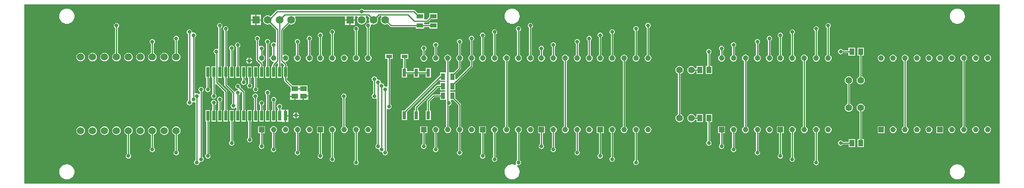
<source format=gbl>
G04 Layer_Physical_Order=2*
G04 Layer_Color=16711680*
%FSLAX25Y25*%
%MOIN*%
G70*
G01*
G75*
%ADD10C,0.01000*%
%ADD11C,0.05575*%
%ADD12R,0.06496X0.06496*%
%ADD13C,0.06496*%
%ADD14C,0.04528*%
%ADD15R,0.04528X0.04528*%
%ADD16C,0.06000*%
%ADD17C,0.03150*%
%ADD18R,0.03150X0.06890*%
%ADD19R,0.04134X0.05512*%
%ADD20R,0.03740X0.05709*%
%ADD21R,0.05709X0.03740*%
%ADD22R,0.02559X0.08268*%
%ADD23R,0.04921X0.02953*%
%ADD24R,0.05787X0.04016*%
%ADD25R,0.05787X0.03898*%
G36*
X816400Y-150300D02*
X0D01*
Y0D01*
X816400D01*
Y-150300D01*
D02*
G37*
%LPC*%
G36*
X282343Y-3783D02*
X281494Y-3951D01*
X280774Y-4432D01*
X280476Y-4879D01*
X211700D01*
X211700Y-4878D01*
X211271Y-4964D01*
X210907Y-5207D01*
X210907Y-5207D01*
X206031Y-10083D01*
X205583Y-9739D01*
X204647Y-9351D01*
X203643Y-9219D01*
X202638Y-9351D01*
X201702Y-9739D01*
X200898Y-10356D01*
X200281Y-11159D01*
X199893Y-12095D01*
X199761Y-13100D01*
X199893Y-14105D01*
X200281Y-15041D01*
X200898Y-15844D01*
X201702Y-16461D01*
X202638Y-16849D01*
X203643Y-16981D01*
X204647Y-16849D01*
X205436Y-16522D01*
X210718Y-21804D01*
Y-31771D01*
X210705Y-31784D01*
X209718Y-32214D01*
X209324Y-31951D01*
X208476Y-31783D01*
X207627Y-31951D01*
X206908Y-32432D01*
X206427Y-33151D01*
X206258Y-34000D01*
X206427Y-34849D01*
X206908Y-35568D01*
X207354Y-35866D01*
Y-42473D01*
X207031Y-42606D01*
X206433Y-43065D01*
X205974Y-43664D01*
X205685Y-44360D01*
X205622Y-44846D01*
X204622Y-44781D01*
Y-33166D01*
X205068Y-32868D01*
X205549Y-32149D01*
X205717Y-31300D01*
X205549Y-30451D01*
X205068Y-29732D01*
X204349Y-29251D01*
X203500Y-29083D01*
X202651Y-29251D01*
X201932Y-29732D01*
X201451Y-30451D01*
X201283Y-31300D01*
X201451Y-32149D01*
X201932Y-32868D01*
X202378Y-33166D01*
Y-52159D01*
X201621D01*
Y-61627D01*
X205380D01*
Y-52159D01*
X204622D01*
Y-45435D01*
X205622Y-45370D01*
X205685Y-45856D01*
X205974Y-46552D01*
X206433Y-47150D01*
X207031Y-47609D01*
X207728Y-47898D01*
X208235Y-47965D01*
X208567Y-48583D01*
X208629Y-48985D01*
X207707Y-49907D01*
X207464Y-50271D01*
X207378Y-50700D01*
X207379Y-50700D01*
Y-52159D01*
X206621D01*
Y-61627D01*
X210380D01*
Y-52159D01*
X209635D01*
X209627Y-51159D01*
X211455Y-49332D01*
X212379Y-49714D01*
Y-52159D01*
X211620D01*
Y-61627D01*
X215380D01*
Y-52159D01*
X214621D01*
Y-49514D01*
X215545Y-49132D01*
X217378Y-50965D01*
Y-52159D01*
X216620D01*
Y-61627D01*
X217378D01*
Y-63746D01*
X217378Y-63746D01*
X217464Y-64175D01*
X217707Y-64539D01*
X222786Y-69618D01*
Y-73167D01*
X222786Y-73208D01*
X222687Y-74167D01*
X222386D01*
Y-76616D01*
X226279D01*
Y-77116D01*
X226780D01*
Y-80065D01*
X230173D01*
Y-80045D01*
X233063D01*
Y-77037D01*
X233563D01*
Y-76537D01*
X237457D01*
Y-74180D01*
X237457Y-74029D01*
X237057Y-73195D01*
X237057Y-73029D01*
Y-68130D01*
X230069D01*
Y-68130D01*
X229773Y-68110D01*
Y-68110D01*
X229077Y-68110D01*
X224451D01*
X219621Y-63281D01*
Y-61627D01*
X220379D01*
Y-52159D01*
X219621D01*
Y-50500D01*
X219536Y-50071D01*
X219293Y-49707D01*
X219293Y-49707D01*
X218562Y-48976D01*
X218936Y-47936D01*
X219223Y-47898D01*
X219920Y-47609D01*
X220518Y-47150D01*
X220977Y-46552D01*
X221266Y-45856D01*
X221364Y-45108D01*
X221266Y-44360D01*
X220977Y-43664D01*
X220518Y-43065D01*
X219920Y-42606D01*
X219223Y-42318D01*
X218476Y-42219D01*
X217728Y-42318D01*
X217233Y-42523D01*
X216594Y-42251D01*
X216233Y-41958D01*
Y-21753D01*
X221484Y-16502D01*
X222323Y-16849D01*
X223328Y-16981D01*
X224332Y-16849D01*
X225268Y-16461D01*
X226072Y-15844D01*
X226689Y-15041D01*
X227077Y-14105D01*
X227209Y-13100D01*
X227077Y-12095D01*
X226689Y-11159D01*
X226506Y-10922D01*
X226999Y-9922D01*
X268252D01*
Y-12600D01*
X276748D01*
Y-9922D01*
X278671D01*
X279164Y-10922D01*
X278981Y-11159D01*
X278593Y-12095D01*
X278461Y-13100D01*
X278593Y-14105D01*
X278981Y-15041D01*
X279598Y-15844D01*
X280402Y-16461D01*
X281338Y-16849D01*
X282343Y-16981D01*
X283347Y-16849D01*
X284283Y-16461D01*
X285087Y-15844D01*
X285704Y-15041D01*
X286091Y-14105D01*
X286224Y-13100D01*
X286091Y-12095D01*
X285704Y-11159D01*
X285484Y-10874D01*
X285978Y-9873D01*
X287372D01*
X288775Y-11276D01*
X288436Y-12095D01*
X288304Y-13100D01*
X288436Y-14105D01*
X288710Y-14766D01*
X288287Y-15454D01*
X288032Y-15651D01*
X287688Y-15583D01*
X286840Y-15751D01*
X286120Y-16232D01*
X285640Y-16951D01*
X285471Y-17800D01*
X285640Y-18649D01*
X286120Y-19368D01*
X286567Y-19666D01*
Y-42473D01*
X286244Y-42606D01*
X285646Y-43065D01*
X285187Y-43664D01*
X284898Y-44360D01*
X284800Y-45108D01*
X284898Y-45856D01*
X285187Y-46552D01*
X285646Y-47150D01*
X286244Y-47609D01*
X286941Y-47898D01*
X287688Y-47996D01*
X288436Y-47898D01*
X289132Y-47609D01*
X289731Y-47150D01*
X290190Y-46552D01*
X290478Y-45856D01*
X290577Y-45108D01*
X290478Y-44360D01*
X290190Y-43664D01*
X289731Y-43065D01*
X289132Y-42606D01*
X288810Y-42473D01*
Y-19666D01*
X289256Y-19368D01*
X289737Y-18649D01*
X289906Y-17800D01*
X289813Y-17337D01*
X290626Y-16619D01*
X291180Y-16849D01*
X292185Y-16981D01*
X293190Y-16849D01*
X294126Y-16461D01*
X294930Y-15844D01*
X295546Y-15041D01*
X295934Y-14105D01*
X296066Y-13100D01*
X295934Y-12095D01*
X295595Y-11276D01*
X297150Y-9722D01*
X298534D01*
X299002Y-10722D01*
X298666Y-11159D01*
X298279Y-12095D01*
X298146Y-13100D01*
X298279Y-14105D01*
X298666Y-15041D01*
X299283Y-15844D01*
X300087Y-16461D01*
X301023Y-16849D01*
X302028Y-16981D01*
X303032Y-16849D01*
X303851Y-16510D01*
X305972Y-18630D01*
X305972Y-18630D01*
X306335Y-18873D01*
X306765Y-18959D01*
X327546D01*
Y-20307D01*
X334454D01*
Y-18959D01*
X338846D01*
Y-20307D01*
X345754D01*
Y-15367D01*
X338846D01*
Y-16715D01*
X334454D01*
Y-15367D01*
X335311Y-15021D01*
X337100D01*
X337100Y-15022D01*
X337529Y-14936D01*
X337893Y-14693D01*
X340153Y-12433D01*
X345754D01*
Y-7493D01*
X338846D01*
Y-10568D01*
X336635Y-12778D01*
X335311D01*
X334454Y-12433D01*
Y-7493D01*
X329079D01*
X326793Y-5207D01*
X326429Y-4964D01*
X326000Y-4878D01*
X326000Y-4879D01*
X284209D01*
X283910Y-4432D01*
X283191Y-3951D01*
X282343Y-3783D01*
D02*
G37*
G36*
X198048Y-8852D02*
X194300D01*
Y-12600D01*
X198048D01*
Y-8852D01*
D02*
G37*
G36*
X193300D02*
X189552D01*
Y-12600D01*
X193300D01*
Y-8852D01*
D02*
G37*
G36*
X780833Y-3672D02*
X779596Y-3793D01*
X778407Y-4154D01*
X777311Y-4740D01*
X776350Y-5528D01*
X775562Y-6489D01*
X774976Y-7585D01*
X774615Y-8774D01*
X774494Y-10011D01*
X774615Y-11248D01*
X774976Y-12437D01*
X775562Y-13533D01*
X776350Y-14493D01*
X777311Y-15282D01*
X778407Y-15867D01*
X779596Y-16228D01*
X780833Y-16350D01*
X782069Y-16228D01*
X783259Y-15867D01*
X784355Y-15282D01*
X785315Y-14493D01*
X786103Y-13533D01*
X786689Y-12437D01*
X787050Y-11248D01*
X787172Y-10011D01*
X787050Y-8774D01*
X786689Y-7585D01*
X786103Y-6489D01*
X785315Y-5528D01*
X784355Y-4740D01*
X783259Y-4154D01*
X782069Y-3793D01*
X780833Y-3672D01*
D02*
G37*
G36*
X408195D02*
X406958Y-3793D01*
X405769Y-4154D01*
X404673Y-4740D01*
X403712Y-5528D01*
X402924Y-6489D01*
X402338Y-7585D01*
X401977Y-8774D01*
X401856Y-10011D01*
X401977Y-11248D01*
X402338Y-12437D01*
X402924Y-13533D01*
X403712Y-14493D01*
X404673Y-15282D01*
X405769Y-15867D01*
X406958Y-16228D01*
X408195Y-16350D01*
X409432Y-16228D01*
X410621Y-15867D01*
X411717Y-15282D01*
X412677Y-14493D01*
X413466Y-13533D01*
X414051Y-12437D01*
X414412Y-11248D01*
X414534Y-10011D01*
X414412Y-8774D01*
X414051Y-7585D01*
X413466Y-6489D01*
X412677Y-5528D01*
X411717Y-4740D01*
X410621Y-4154D01*
X409432Y-3793D01*
X408195Y-3672D01*
D02*
G37*
G36*
X35557D02*
X34320Y-3793D01*
X33131Y-4154D01*
X32035Y-4740D01*
X31075Y-5528D01*
X30286Y-6489D01*
X29700Y-7585D01*
X29340Y-8774D01*
X29218Y-10011D01*
X29340Y-11248D01*
X29700Y-12437D01*
X30286Y-13533D01*
X31075Y-14493D01*
X32035Y-15282D01*
X33131Y-15867D01*
X34320Y-16228D01*
X35557Y-16350D01*
X36794Y-16228D01*
X37983Y-15867D01*
X39079Y-15282D01*
X40040Y-14493D01*
X40828Y-13533D01*
X41414Y-12437D01*
X41774Y-11248D01*
X41896Y-10011D01*
X41774Y-8774D01*
X41414Y-7585D01*
X40828Y-6489D01*
X40040Y-5528D01*
X39079Y-4740D01*
X37983Y-4154D01*
X36794Y-3793D01*
X35557Y-3672D01*
D02*
G37*
G36*
X276748Y-13600D02*
X273000D01*
Y-17348D01*
X276748D01*
Y-13600D01*
D02*
G37*
G36*
X272000D02*
X268252D01*
Y-17348D01*
X272000D01*
Y-13600D01*
D02*
G37*
G36*
X198048D02*
X194300D01*
Y-17348D01*
X198048D01*
Y-13600D01*
D02*
G37*
G36*
X193300D02*
X189552D01*
Y-17348D01*
X193300D01*
Y-13600D01*
D02*
G37*
G36*
X163500Y-15583D02*
X162651Y-15751D01*
X161932Y-16232D01*
X161451Y-16951D01*
X161283Y-17800D01*
X161451Y-18649D01*
X161932Y-19368D01*
X162378Y-19666D01*
Y-36991D01*
X161380Y-37526D01*
X160531Y-37357D01*
X159683Y-37526D01*
X158964Y-38007D01*
X158483Y-38726D01*
X158314Y-39575D01*
X158483Y-40423D01*
X158964Y-41143D01*
X159683Y-41623D01*
X159758Y-41638D01*
Y-52159D01*
X156621D01*
Y-61627D01*
X157378D01*
Y-75034D01*
X156932Y-75332D01*
X156451Y-76051D01*
X156283Y-76900D01*
X156451Y-77749D01*
X156932Y-78468D01*
X157651Y-78949D01*
X158500Y-79117D01*
X159349Y-78949D01*
X160068Y-78468D01*
X160549Y-77749D01*
X160717Y-76900D01*
X160549Y-76051D01*
X160068Y-75332D01*
X159622Y-75034D01*
Y-67119D01*
X160622Y-66705D01*
X167378Y-73462D01*
Y-88773D01*
X166621D01*
Y-98241D01*
X170379D01*
Y-88773D01*
X169622D01*
Y-72998D01*
X169536Y-72568D01*
X169293Y-72205D01*
X169293Y-72205D01*
X162001Y-64913D01*
Y-61627D01*
X165380D01*
Y-52159D01*
X164622D01*
Y-19666D01*
X165068Y-19368D01*
X165549Y-18649D01*
X165717Y-17800D01*
X165549Y-16951D01*
X165068Y-16232D01*
X164349Y-15751D01*
X163500Y-15583D01*
D02*
G37*
G36*
X695088Y-36378D02*
X689754D01*
Y-38612D01*
X685036D01*
X684737Y-38166D01*
X684018Y-37685D01*
X683169Y-37516D01*
X682321Y-37685D01*
X681601Y-38166D01*
X681121Y-38885D01*
X680952Y-39734D01*
X681121Y-40582D01*
X681601Y-41302D01*
X682321Y-41783D01*
X683169Y-41951D01*
X684018Y-41783D01*
X684737Y-41302D01*
X685036Y-40855D01*
X689754D01*
Y-43090D01*
X695088D01*
Y-36378D01*
D02*
G37*
G36*
X188689Y-44781D02*
Y-46813D01*
X190720D01*
X190698Y-46640D01*
X190438Y-46014D01*
X190025Y-45476D01*
X189488Y-45063D01*
X188861Y-44804D01*
X188689Y-44781D01*
D02*
G37*
G36*
X187689D02*
X187517Y-44804D01*
X186890Y-45063D01*
X186353Y-45476D01*
X185940Y-46014D01*
X185680Y-46640D01*
X185658Y-46813D01*
X187689D01*
Y-44781D01*
D02*
G37*
G36*
X127058Y-26383D02*
X126210Y-26551D01*
X125490Y-27032D01*
X125010Y-27751D01*
X124841Y-28600D01*
X125010Y-29449D01*
X125490Y-30168D01*
X125937Y-30466D01*
Y-40770D01*
X125243Y-41058D01*
X124491Y-41635D01*
X123914Y-42387D01*
X123551Y-43263D01*
X123427Y-44202D01*
X123551Y-45142D01*
X123914Y-46018D01*
X124491Y-46770D01*
X125243Y-47347D01*
X126119Y-47710D01*
X127058Y-47833D01*
X127998Y-47710D01*
X128874Y-47347D01*
X129626Y-46770D01*
X130203Y-46018D01*
X130566Y-45142D01*
X130689Y-44202D01*
X130566Y-43263D01*
X130203Y-42387D01*
X129626Y-41635D01*
X128874Y-41058D01*
X128180Y-40770D01*
Y-30466D01*
X128626Y-30168D01*
X129107Y-29449D01*
X129276Y-28600D01*
X129107Y-27751D01*
X128626Y-27032D01*
X127907Y-26551D01*
X127058Y-26383D01*
D02*
G37*
G36*
X117058Y-40571D02*
X116119Y-40695D01*
X115243Y-41058D01*
X114491Y-41635D01*
X113914Y-42387D01*
X113551Y-43263D01*
X113427Y-44202D01*
X113551Y-45142D01*
X113914Y-46018D01*
X114491Y-46770D01*
X115243Y-47347D01*
X116119Y-47710D01*
X117058Y-47833D01*
X117998Y-47710D01*
X118874Y-47347D01*
X119626Y-46770D01*
X120203Y-46018D01*
X120566Y-45142D01*
X120689Y-44202D01*
X120566Y-43263D01*
X120203Y-42387D01*
X119626Y-41635D01*
X118874Y-41058D01*
X117998Y-40695D01*
X117058Y-40571D01*
D02*
G37*
G36*
X107058Y-29083D02*
X106210Y-29251D01*
X105490Y-29732D01*
X105010Y-30451D01*
X104841Y-31300D01*
X105010Y-32149D01*
X105490Y-32868D01*
X105937Y-33166D01*
Y-40770D01*
X105243Y-41058D01*
X104491Y-41635D01*
X103914Y-42387D01*
X103551Y-43263D01*
X103427Y-44202D01*
X103551Y-45142D01*
X103914Y-46018D01*
X104491Y-46770D01*
X105243Y-47347D01*
X106119Y-47710D01*
X107058Y-47833D01*
X107998Y-47710D01*
X108874Y-47347D01*
X109626Y-46770D01*
X110203Y-46018D01*
X110566Y-45142D01*
X110689Y-44202D01*
X110566Y-43263D01*
X110203Y-42387D01*
X109626Y-41635D01*
X108874Y-41058D01*
X108180Y-40770D01*
Y-33166D01*
X108626Y-32868D01*
X109107Y-32149D01*
X109276Y-31300D01*
X109107Y-30451D01*
X108626Y-29732D01*
X107907Y-29251D01*
X107058Y-29083D01*
D02*
G37*
G36*
X97058Y-40571D02*
X96118Y-40695D01*
X95243Y-41058D01*
X94491Y-41635D01*
X93914Y-42387D01*
X93551Y-43263D01*
X93427Y-44202D01*
X93551Y-45142D01*
X93914Y-46018D01*
X94491Y-46770D01*
X95243Y-47347D01*
X96118Y-47710D01*
X97058Y-47833D01*
X97998Y-47710D01*
X98874Y-47347D01*
X99626Y-46770D01*
X100203Y-46018D01*
X100566Y-45142D01*
X100689Y-44202D01*
X100566Y-43263D01*
X100203Y-42387D01*
X99626Y-41635D01*
X98874Y-41058D01*
X97998Y-40695D01*
X97058Y-40571D01*
D02*
G37*
G36*
X87058D02*
X86119Y-40695D01*
X85243Y-41058D01*
X84491Y-41635D01*
X83914Y-42387D01*
X83551Y-43263D01*
X83427Y-44202D01*
X83551Y-45142D01*
X83914Y-46018D01*
X84491Y-46770D01*
X85243Y-47347D01*
X86119Y-47710D01*
X87058Y-47833D01*
X87998Y-47710D01*
X88874Y-47347D01*
X89626Y-46770D01*
X90203Y-46018D01*
X90566Y-45142D01*
X90689Y-44202D01*
X90566Y-43263D01*
X90203Y-42387D01*
X89626Y-41635D01*
X88874Y-41058D01*
X87998Y-40695D01*
X87058Y-40571D01*
D02*
G37*
G36*
X77058Y-15583D02*
X76210Y-15751D01*
X75490Y-16232D01*
X75010Y-16951D01*
X74841Y-17800D01*
X75010Y-18649D01*
X75490Y-19368D01*
X75937Y-19666D01*
Y-40770D01*
X75243Y-41058D01*
X74491Y-41635D01*
X73914Y-42387D01*
X73551Y-43263D01*
X73427Y-44202D01*
X73551Y-45142D01*
X73914Y-46018D01*
X74491Y-46770D01*
X75243Y-47347D01*
X76118Y-47710D01*
X77058Y-47833D01*
X77998Y-47710D01*
X78874Y-47347D01*
X79626Y-46770D01*
X80203Y-46018D01*
X80566Y-45142D01*
X80689Y-44202D01*
X80566Y-43263D01*
X80203Y-42387D01*
X79626Y-41635D01*
X78874Y-41058D01*
X78180Y-40770D01*
Y-19666D01*
X78626Y-19368D01*
X79107Y-18649D01*
X79276Y-17800D01*
X79107Y-16951D01*
X78626Y-16232D01*
X77907Y-15751D01*
X77058Y-15583D01*
D02*
G37*
G36*
X67058Y-40571D02*
X66119Y-40695D01*
X65243Y-41058D01*
X64491Y-41635D01*
X63914Y-42387D01*
X63551Y-43263D01*
X63427Y-44202D01*
X63551Y-45142D01*
X63914Y-46018D01*
X64491Y-46770D01*
X65243Y-47347D01*
X66119Y-47710D01*
X67058Y-47833D01*
X67998Y-47710D01*
X68874Y-47347D01*
X69626Y-46770D01*
X70203Y-46018D01*
X70566Y-45142D01*
X70689Y-44202D01*
X70566Y-43263D01*
X70203Y-42387D01*
X69626Y-41635D01*
X68874Y-41058D01*
X67998Y-40695D01*
X67058Y-40571D01*
D02*
G37*
G36*
X57058D02*
X56119Y-40695D01*
X55243Y-41058D01*
X54491Y-41635D01*
X53914Y-42387D01*
X53551Y-43263D01*
X53427Y-44202D01*
X53551Y-45142D01*
X53914Y-46018D01*
X54491Y-46770D01*
X55243Y-47347D01*
X56119Y-47710D01*
X57058Y-47833D01*
X57998Y-47710D01*
X58874Y-47347D01*
X59626Y-46770D01*
X60203Y-46018D01*
X60566Y-45142D01*
X60689Y-44202D01*
X60566Y-43263D01*
X60203Y-42387D01*
X59626Y-41635D01*
X58874Y-41058D01*
X57998Y-40695D01*
X57058Y-40571D01*
D02*
G37*
G36*
X47058D02*
X46119Y-40695D01*
X45243Y-41058D01*
X44491Y-41635D01*
X43914Y-42387D01*
X43551Y-43263D01*
X43427Y-44202D01*
X43551Y-45142D01*
X43914Y-46018D01*
X44491Y-46770D01*
X45243Y-47347D01*
X46119Y-47710D01*
X47058Y-47833D01*
X47998Y-47710D01*
X48874Y-47347D01*
X49626Y-46770D01*
X50203Y-46018D01*
X50566Y-45142D01*
X50689Y-44202D01*
X50566Y-43263D01*
X50203Y-42387D01*
X49626Y-41635D01*
X48874Y-41058D01*
X47998Y-40695D01*
X47058Y-40571D01*
D02*
G37*
G36*
X806192Y-42219D02*
X805445Y-42318D01*
X804748Y-42606D01*
X804150Y-43065D01*
X803691Y-43664D01*
X803402Y-44360D01*
X803304Y-45108D01*
X803402Y-45856D01*
X803691Y-46552D01*
X804150Y-47150D01*
X804748Y-47609D01*
X805445Y-47898D01*
X806192Y-47996D01*
X806940Y-47898D01*
X807636Y-47609D01*
X808235Y-47150D01*
X808694Y-46552D01*
X808982Y-45856D01*
X809081Y-45108D01*
X808982Y-44360D01*
X808694Y-43664D01*
X808235Y-43065D01*
X807636Y-42606D01*
X806940Y-42318D01*
X806192Y-42219D01*
D02*
G37*
G36*
X796192D02*
X795444Y-42318D01*
X794748Y-42606D01*
X794150Y-43065D01*
X793691Y-43664D01*
X793402Y-44360D01*
X793304Y-45108D01*
X793402Y-45856D01*
X793691Y-46552D01*
X794150Y-47150D01*
X794748Y-47609D01*
X795444Y-47898D01*
X796192Y-47996D01*
X796940Y-47898D01*
X797636Y-47609D01*
X798235Y-47150D01*
X798694Y-46552D01*
X798982Y-45856D01*
X799081Y-45108D01*
X798982Y-44360D01*
X798694Y-43664D01*
X798235Y-43065D01*
X797636Y-42606D01*
X796940Y-42318D01*
X796192Y-42219D01*
D02*
G37*
G36*
X776192D02*
X775445Y-42318D01*
X774748Y-42606D01*
X774150Y-43065D01*
X773691Y-43664D01*
X773402Y-44360D01*
X773304Y-45108D01*
X773402Y-45856D01*
X773691Y-46552D01*
X774150Y-47150D01*
X774748Y-47609D01*
X775445Y-47898D01*
X776192Y-47996D01*
X776940Y-47898D01*
X777636Y-47609D01*
X778235Y-47150D01*
X778694Y-46552D01*
X778982Y-45856D01*
X779081Y-45108D01*
X778982Y-44360D01*
X778694Y-43664D01*
X778235Y-43065D01*
X777636Y-42606D01*
X776940Y-42318D01*
X776192Y-42219D01*
D02*
G37*
G36*
X766192D02*
X765445Y-42318D01*
X764748Y-42606D01*
X764150Y-43065D01*
X763691Y-43664D01*
X763402Y-44360D01*
X763304Y-45108D01*
X763402Y-45856D01*
X763691Y-46552D01*
X764150Y-47150D01*
X764748Y-47609D01*
X765445Y-47898D01*
X766192Y-47996D01*
X766940Y-47898D01*
X767636Y-47609D01*
X768235Y-47150D01*
X768694Y-46552D01*
X768982Y-45856D01*
X769081Y-45108D01*
X768982Y-44360D01*
X768694Y-43664D01*
X768235Y-43065D01*
X767636Y-42606D01*
X766940Y-42318D01*
X766192Y-42219D01*
D02*
G37*
G36*
X756980D02*
X756232Y-42318D01*
X755535Y-42606D01*
X754937Y-43065D01*
X754478Y-43664D01*
X754189Y-44360D01*
X754091Y-45108D01*
X754189Y-45856D01*
X754478Y-46552D01*
X754937Y-47150D01*
X755535Y-47609D01*
X756232Y-47898D01*
X756980Y-47996D01*
X757727Y-47898D01*
X758424Y-47609D01*
X759022Y-47150D01*
X759481Y-46552D01*
X759770Y-45856D01*
X759868Y-45108D01*
X759770Y-44360D01*
X759481Y-43664D01*
X759022Y-43065D01*
X758424Y-42606D01*
X757727Y-42318D01*
X756980Y-42219D01*
D02*
G37*
G36*
X746980D02*
X746232Y-42318D01*
X745535Y-42606D01*
X744937Y-43065D01*
X744478Y-43664D01*
X744190Y-44360D01*
X744091Y-45108D01*
X744190Y-45856D01*
X744478Y-46552D01*
X744937Y-47150D01*
X745535Y-47609D01*
X746232Y-47898D01*
X746980Y-47996D01*
X747727Y-47898D01*
X748424Y-47609D01*
X749022Y-47150D01*
X749481Y-46552D01*
X749770Y-45856D01*
X749868Y-45108D01*
X749770Y-44360D01*
X749481Y-43664D01*
X749022Y-43065D01*
X748424Y-42606D01*
X747727Y-42318D01*
X746980Y-42219D01*
D02*
G37*
G36*
X726979D02*
X726232Y-42318D01*
X725535Y-42606D01*
X724937Y-43065D01*
X724478Y-43664D01*
X724190Y-44360D01*
X724091Y-45108D01*
X724190Y-45856D01*
X724478Y-46552D01*
X724937Y-47150D01*
X725535Y-47609D01*
X726232Y-47898D01*
X726979Y-47996D01*
X727727Y-47898D01*
X728424Y-47609D01*
X729022Y-47150D01*
X729481Y-46552D01*
X729770Y-45856D01*
X729868Y-45108D01*
X729770Y-44360D01*
X729481Y-43664D01*
X729022Y-43065D01*
X728424Y-42606D01*
X727727Y-42318D01*
X726979Y-42219D01*
D02*
G37*
G36*
X716980D02*
X716232Y-42318D01*
X715535Y-42606D01*
X714937Y-43065D01*
X714478Y-43664D01*
X714189Y-44360D01*
X714091Y-45108D01*
X714189Y-45856D01*
X714478Y-46552D01*
X714937Y-47150D01*
X715535Y-47609D01*
X716232Y-47898D01*
X716980Y-47996D01*
X717727Y-47898D01*
X718424Y-47609D01*
X719022Y-47150D01*
X719481Y-46552D01*
X719770Y-45856D01*
X719868Y-45108D01*
X719770Y-44360D01*
X719481Y-43664D01*
X719022Y-43065D01*
X718424Y-42606D01*
X717727Y-42318D01*
X716980Y-42219D01*
D02*
G37*
G36*
X672688Y-15583D02*
X671840Y-15751D01*
X671120Y-16232D01*
X670640Y-16951D01*
X670471Y-17800D01*
X670640Y-18649D01*
X671120Y-19368D01*
X671567Y-19666D01*
Y-42473D01*
X671244Y-42606D01*
X670646Y-43065D01*
X670187Y-43664D01*
X669898Y-44360D01*
X669800Y-45108D01*
X669898Y-45856D01*
X670187Y-46552D01*
X670646Y-47150D01*
X671244Y-47609D01*
X671941Y-47898D01*
X672688Y-47996D01*
X673436Y-47898D01*
X674132Y-47609D01*
X674731Y-47150D01*
X675190Y-46552D01*
X675478Y-45856D01*
X675577Y-45108D01*
X675478Y-44360D01*
X675190Y-43664D01*
X674731Y-43065D01*
X674132Y-42606D01*
X673810Y-42473D01*
Y-19666D01*
X674256Y-19368D01*
X674737Y-18649D01*
X674906Y-17800D01*
X674737Y-16951D01*
X674256Y-16232D01*
X673537Y-15751D01*
X672688Y-15583D01*
D02*
G37*
G36*
X662688Y-18283D02*
X661840Y-18451D01*
X661120Y-18932D01*
X660640Y-19651D01*
X660471Y-20500D01*
X660640Y-21349D01*
X661120Y-22068D01*
X661567Y-22366D01*
Y-42473D01*
X661244Y-42606D01*
X660646Y-43065D01*
X660187Y-43664D01*
X659898Y-44360D01*
X659800Y-45108D01*
X659898Y-45856D01*
X660187Y-46552D01*
X660646Y-47150D01*
X661244Y-47609D01*
X661941Y-47898D01*
X662688Y-47996D01*
X663436Y-47898D01*
X664132Y-47609D01*
X664731Y-47150D01*
X665190Y-46552D01*
X665478Y-45856D01*
X665577Y-45108D01*
X665478Y-44360D01*
X665190Y-43664D01*
X664731Y-43065D01*
X664132Y-42606D01*
X663810Y-42473D01*
Y-22366D01*
X664256Y-22068D01*
X664737Y-21349D01*
X664906Y-20500D01*
X664737Y-19651D01*
X664256Y-18932D01*
X663537Y-18451D01*
X662688Y-18283D01*
D02*
G37*
G36*
X642688Y-20983D02*
X641840Y-21151D01*
X641120Y-21632D01*
X640640Y-22351D01*
X640471Y-23200D01*
X640640Y-24049D01*
X641120Y-24768D01*
X641567Y-25066D01*
Y-42473D01*
X641244Y-42606D01*
X640646Y-43065D01*
X640187Y-43664D01*
X639898Y-44360D01*
X639800Y-45108D01*
X639898Y-45856D01*
X640187Y-46552D01*
X640646Y-47150D01*
X641244Y-47609D01*
X641941Y-47898D01*
X642688Y-47996D01*
X643436Y-47898D01*
X644132Y-47609D01*
X644731Y-47150D01*
X645190Y-46552D01*
X645478Y-45856D01*
X645577Y-45108D01*
X645478Y-44360D01*
X645190Y-43664D01*
X644731Y-43065D01*
X644132Y-42606D01*
X643810Y-42473D01*
Y-25066D01*
X644256Y-24768D01*
X644737Y-24049D01*
X644906Y-23200D01*
X644737Y-22351D01*
X644256Y-21632D01*
X643537Y-21151D01*
X642688Y-20983D01*
D02*
G37*
G36*
X632688Y-23683D02*
X631840Y-23851D01*
X631120Y-24332D01*
X630640Y-25051D01*
X630471Y-25900D01*
X630640Y-26749D01*
X631120Y-27468D01*
X631567Y-27766D01*
Y-42473D01*
X631244Y-42606D01*
X630646Y-43065D01*
X630187Y-43664D01*
X629898Y-44360D01*
X629800Y-45108D01*
X629898Y-45856D01*
X630187Y-46552D01*
X630646Y-47150D01*
X631244Y-47609D01*
X631941Y-47898D01*
X632688Y-47996D01*
X633436Y-47898D01*
X634132Y-47609D01*
X634731Y-47150D01*
X635190Y-46552D01*
X635478Y-45856D01*
X635577Y-45108D01*
X635478Y-44360D01*
X635190Y-43664D01*
X634731Y-43065D01*
X634132Y-42606D01*
X633810Y-42473D01*
Y-27766D01*
X634256Y-27468D01*
X634737Y-26749D01*
X634906Y-25900D01*
X634737Y-25051D01*
X634256Y-24332D01*
X633537Y-23851D01*
X632688Y-23683D01*
D02*
G37*
G36*
X623476Y-26383D02*
X622627Y-26551D01*
X621908Y-27032D01*
X621427Y-27751D01*
X621258Y-28600D01*
X621427Y-29449D01*
X621908Y-30168D01*
X622354Y-30466D01*
Y-42473D01*
X622031Y-42606D01*
X621433Y-43065D01*
X620974Y-43664D01*
X620685Y-44360D01*
X620587Y-45108D01*
X620685Y-45856D01*
X620974Y-46552D01*
X621433Y-47150D01*
X622031Y-47609D01*
X622728Y-47898D01*
X623476Y-47996D01*
X624223Y-47898D01*
X624920Y-47609D01*
X625518Y-47150D01*
X625977Y-46552D01*
X626266Y-45856D01*
X626364Y-45108D01*
X626266Y-44360D01*
X625977Y-43664D01*
X625518Y-43065D01*
X624920Y-42606D01*
X624597Y-42473D01*
Y-30466D01*
X625043Y-30168D01*
X625524Y-29449D01*
X625693Y-28600D01*
X625524Y-27751D01*
X625043Y-27032D01*
X624324Y-26551D01*
X623476Y-26383D01*
D02*
G37*
G36*
X613476Y-29083D02*
X612627Y-29251D01*
X611908Y-29732D01*
X611427Y-30451D01*
X611258Y-31300D01*
X611427Y-32149D01*
X611908Y-32868D01*
X612354Y-33166D01*
Y-42473D01*
X612031Y-42606D01*
X611433Y-43065D01*
X610974Y-43664D01*
X610685Y-44360D01*
X610587Y-45108D01*
X610685Y-45856D01*
X610974Y-46552D01*
X611433Y-47150D01*
X612031Y-47609D01*
X612728Y-47898D01*
X613476Y-47996D01*
X614223Y-47898D01*
X614920Y-47609D01*
X615518Y-47150D01*
X615977Y-46552D01*
X616266Y-45856D01*
X616364Y-45108D01*
X616266Y-44360D01*
X615977Y-43664D01*
X615518Y-43065D01*
X614920Y-42606D01*
X614597Y-42473D01*
Y-33166D01*
X615043Y-32868D01*
X615524Y-32149D01*
X615693Y-31300D01*
X615524Y-30451D01*
X615043Y-29732D01*
X614324Y-29251D01*
X613476Y-29083D01*
D02*
G37*
G36*
X593476Y-31783D02*
X592627Y-31951D01*
X591908Y-32432D01*
X591427Y-33151D01*
X591258Y-34000D01*
X591427Y-34849D01*
X591908Y-35568D01*
X592354Y-35866D01*
Y-42473D01*
X592031Y-42606D01*
X591433Y-43065D01*
X590974Y-43664D01*
X590686Y-44360D01*
X590587Y-45108D01*
X590686Y-45856D01*
X590974Y-46552D01*
X591433Y-47150D01*
X592031Y-47609D01*
X592728Y-47898D01*
X593476Y-47996D01*
X594223Y-47898D01*
X594920Y-47609D01*
X595518Y-47150D01*
X595977Y-46552D01*
X596266Y-45856D01*
X596364Y-45108D01*
X596266Y-44360D01*
X595977Y-43664D01*
X595518Y-43065D01*
X594920Y-42606D01*
X594597Y-42473D01*
Y-35866D01*
X595044Y-35568D01*
X595524Y-34849D01*
X595693Y-34000D01*
X595524Y-33151D01*
X595044Y-32432D01*
X594324Y-31951D01*
X593476Y-31783D01*
D02*
G37*
G36*
X583476Y-34683D02*
X582627Y-34851D01*
X581908Y-35332D01*
X581427Y-36051D01*
X581258Y-36900D01*
X581427Y-37749D01*
X581908Y-38468D01*
X582354Y-38766D01*
Y-42473D01*
X582031Y-42606D01*
X581433Y-43065D01*
X580974Y-43664D01*
X580686Y-44360D01*
X580587Y-45108D01*
X580686Y-45856D01*
X580974Y-46552D01*
X581433Y-47150D01*
X582031Y-47609D01*
X582728Y-47898D01*
X583476Y-47996D01*
X584223Y-47898D01*
X584920Y-47609D01*
X585518Y-47150D01*
X585977Y-46552D01*
X586266Y-45856D01*
X586364Y-45108D01*
X586266Y-44360D01*
X585977Y-43664D01*
X585518Y-43065D01*
X584920Y-42606D01*
X584597Y-42473D01*
Y-38766D01*
X585043Y-38468D01*
X585524Y-37749D01*
X585693Y-36900D01*
X585524Y-36051D01*
X585043Y-35332D01*
X584324Y-34851D01*
X583476Y-34683D01*
D02*
G37*
G36*
X521901Y-15483D02*
X521052Y-15651D01*
X520333Y-16132D01*
X519852Y-16851D01*
X519683Y-17700D01*
X519852Y-18549D01*
X520333Y-19268D01*
X520779Y-19566D01*
Y-42473D01*
X520457Y-42606D01*
X519858Y-43065D01*
X519399Y-43664D01*
X519111Y-44360D01*
X519012Y-45108D01*
X519111Y-45856D01*
X519399Y-46552D01*
X519858Y-47150D01*
X520457Y-47609D01*
X521153Y-47898D01*
X521901Y-47996D01*
X522648Y-47898D01*
X523345Y-47609D01*
X523943Y-47150D01*
X524402Y-46552D01*
X524691Y-45856D01*
X524789Y-45108D01*
X524691Y-44360D01*
X524402Y-43664D01*
X523943Y-43065D01*
X523345Y-42606D01*
X523022Y-42473D01*
Y-19566D01*
X523469Y-19268D01*
X523949Y-18549D01*
X524118Y-17700D01*
X523949Y-16851D01*
X523469Y-16132D01*
X522749Y-15651D01*
X521901Y-15483D01*
D02*
G37*
G36*
X511901Y-18283D02*
X511052Y-18451D01*
X510333Y-18932D01*
X509852Y-19651D01*
X509683Y-20500D01*
X509852Y-21349D01*
X510333Y-22068D01*
X510779Y-22366D01*
Y-42473D01*
X510457Y-42606D01*
X509858Y-43065D01*
X509399Y-43664D01*
X509111Y-44360D01*
X509012Y-45108D01*
X509111Y-45856D01*
X509399Y-46552D01*
X509858Y-47150D01*
X510457Y-47609D01*
X511153Y-47898D01*
X511901Y-47996D01*
X512648Y-47898D01*
X513345Y-47609D01*
X513943Y-47150D01*
X514402Y-46552D01*
X514691Y-45856D01*
X514789Y-45108D01*
X514691Y-44360D01*
X514402Y-43664D01*
X513943Y-43065D01*
X513345Y-42606D01*
X513022Y-42473D01*
Y-22366D01*
X513469Y-22068D01*
X513949Y-21349D01*
X514118Y-20500D01*
X513949Y-19651D01*
X513469Y-18932D01*
X512749Y-18451D01*
X511901Y-18283D01*
D02*
G37*
G36*
X491901Y-20983D02*
X491052Y-21151D01*
X490333Y-21632D01*
X489852Y-22351D01*
X489683Y-23200D01*
X489852Y-24049D01*
X490333Y-24768D01*
X490779Y-25066D01*
Y-42473D01*
X490456Y-42606D01*
X489858Y-43065D01*
X489399Y-43664D01*
X489111Y-44360D01*
X489012Y-45108D01*
X489111Y-45856D01*
X489399Y-46552D01*
X489858Y-47150D01*
X490456Y-47609D01*
X491153Y-47898D01*
X491901Y-47996D01*
X492648Y-47898D01*
X493345Y-47609D01*
X493943Y-47150D01*
X494402Y-46552D01*
X494691Y-45856D01*
X494789Y-45108D01*
X494691Y-44360D01*
X494402Y-43664D01*
X493943Y-43065D01*
X493345Y-42606D01*
X493022Y-42473D01*
Y-25066D01*
X493469Y-24768D01*
X493949Y-24049D01*
X494118Y-23200D01*
X493949Y-22351D01*
X493469Y-21632D01*
X492749Y-21151D01*
X491901Y-20983D01*
D02*
G37*
G36*
X481901Y-23683D02*
X481052Y-23851D01*
X480333Y-24332D01*
X479852Y-25051D01*
X479683Y-25900D01*
X479852Y-26749D01*
X480333Y-27468D01*
X480779Y-27766D01*
Y-42473D01*
X480456Y-42606D01*
X479858Y-43065D01*
X479399Y-43664D01*
X479111Y-44360D01*
X479012Y-45108D01*
X479111Y-45856D01*
X479399Y-46552D01*
X479858Y-47150D01*
X480456Y-47609D01*
X481153Y-47898D01*
X481901Y-47996D01*
X482648Y-47898D01*
X483345Y-47609D01*
X483943Y-47150D01*
X484402Y-46552D01*
X484691Y-45856D01*
X484789Y-45108D01*
X484691Y-44360D01*
X484402Y-43664D01*
X483943Y-43065D01*
X483345Y-42606D01*
X483022Y-42473D01*
Y-27766D01*
X483469Y-27468D01*
X483949Y-26749D01*
X484118Y-25900D01*
X483949Y-25051D01*
X483469Y-24332D01*
X482749Y-23851D01*
X481901Y-23683D01*
D02*
G37*
G36*
X472688Y-26383D02*
X471840Y-26551D01*
X471120Y-27032D01*
X470640Y-27751D01*
X470471Y-28600D01*
X470640Y-29449D01*
X471120Y-30168D01*
X471567Y-30466D01*
Y-42473D01*
X471244Y-42606D01*
X470646Y-43065D01*
X470187Y-43664D01*
X469898Y-44360D01*
X469800Y-45108D01*
X469898Y-45856D01*
X470187Y-46552D01*
X470646Y-47150D01*
X471244Y-47609D01*
X471941Y-47898D01*
X472688Y-47996D01*
X473436Y-47898D01*
X474132Y-47609D01*
X474731Y-47150D01*
X475190Y-46552D01*
X475478Y-45856D01*
X475577Y-45108D01*
X475478Y-44360D01*
X475190Y-43664D01*
X474731Y-43065D01*
X474132Y-42606D01*
X473810Y-42473D01*
Y-30466D01*
X474256Y-30168D01*
X474737Y-29449D01*
X474906Y-28600D01*
X474737Y-27751D01*
X474256Y-27032D01*
X473537Y-26551D01*
X472688Y-26383D01*
D02*
G37*
G36*
X462688Y-29083D02*
X461840Y-29251D01*
X461120Y-29732D01*
X460640Y-30451D01*
X460471Y-31300D01*
X460640Y-32149D01*
X461120Y-32868D01*
X461567Y-33166D01*
Y-42473D01*
X461244Y-42606D01*
X460646Y-43065D01*
X460187Y-43664D01*
X459898Y-44360D01*
X459800Y-45108D01*
X459898Y-45856D01*
X460187Y-46552D01*
X460646Y-47150D01*
X461244Y-47609D01*
X461941Y-47898D01*
X462688Y-47996D01*
X463436Y-47898D01*
X464132Y-47609D01*
X464731Y-47150D01*
X465190Y-46552D01*
X465478Y-45856D01*
X465577Y-45108D01*
X465478Y-44360D01*
X465190Y-43664D01*
X464731Y-43065D01*
X464132Y-42606D01*
X463810Y-42473D01*
Y-33166D01*
X464256Y-32868D01*
X464737Y-32149D01*
X464906Y-31300D01*
X464737Y-30451D01*
X464256Y-29732D01*
X463537Y-29251D01*
X462688Y-29083D01*
D02*
G37*
G36*
X442688Y-31783D02*
X441840Y-31951D01*
X441120Y-32432D01*
X440640Y-33151D01*
X440471Y-34000D01*
X440640Y-34849D01*
X441120Y-35568D01*
X441567Y-35866D01*
Y-42473D01*
X441244Y-42606D01*
X440646Y-43065D01*
X440187Y-43664D01*
X439898Y-44360D01*
X439800Y-45108D01*
X439898Y-45856D01*
X440187Y-46552D01*
X440646Y-47150D01*
X441244Y-47609D01*
X441941Y-47898D01*
X442688Y-47996D01*
X443436Y-47898D01*
X444132Y-47609D01*
X444731Y-47150D01*
X445190Y-46552D01*
X445478Y-45856D01*
X445577Y-45108D01*
X445478Y-44360D01*
X445190Y-43664D01*
X444731Y-43065D01*
X444132Y-42606D01*
X443810Y-42473D01*
Y-35866D01*
X444256Y-35568D01*
X444737Y-34849D01*
X444906Y-34000D01*
X444737Y-33151D01*
X444256Y-32432D01*
X443537Y-31951D01*
X442688Y-31783D01*
D02*
G37*
G36*
X432688Y-34683D02*
X431840Y-34851D01*
X431120Y-35332D01*
X430640Y-36051D01*
X430471Y-36900D01*
X430640Y-37749D01*
X431120Y-38468D01*
X431567Y-38766D01*
Y-42473D01*
X431244Y-42606D01*
X430646Y-43065D01*
X430187Y-43664D01*
X429898Y-44360D01*
X429800Y-45108D01*
X429898Y-45856D01*
X430187Y-46552D01*
X430646Y-47150D01*
X431244Y-47609D01*
X431941Y-47898D01*
X432688Y-47996D01*
X433436Y-47898D01*
X434132Y-47609D01*
X434731Y-47150D01*
X435190Y-46552D01*
X435478Y-45856D01*
X435577Y-45108D01*
X435478Y-44360D01*
X435190Y-43664D01*
X434731Y-43065D01*
X434132Y-42606D01*
X433810Y-42473D01*
Y-38766D01*
X434256Y-38468D01*
X434737Y-37749D01*
X434906Y-36900D01*
X434737Y-36051D01*
X434256Y-35332D01*
X433537Y-34851D01*
X432688Y-34683D01*
D02*
G37*
G36*
X423476Y-15583D02*
X422627Y-15751D01*
X421908Y-16232D01*
X421427Y-16951D01*
X421258Y-17800D01*
X421427Y-18649D01*
X421908Y-19368D01*
X422354Y-19666D01*
Y-42473D01*
X422031Y-42606D01*
X421433Y-43065D01*
X420974Y-43664D01*
X420685Y-44360D01*
X420587Y-45108D01*
X420685Y-45856D01*
X420974Y-46552D01*
X421433Y-47150D01*
X422031Y-47609D01*
X422728Y-47898D01*
X423476Y-47996D01*
X424223Y-47898D01*
X424920Y-47609D01*
X425518Y-47150D01*
X425977Y-46552D01*
X426266Y-45856D01*
X426364Y-45108D01*
X426266Y-44360D01*
X425977Y-43664D01*
X425518Y-43065D01*
X424920Y-42606D01*
X424597Y-42473D01*
Y-19666D01*
X425043Y-19368D01*
X425524Y-18649D01*
X425693Y-17800D01*
X425524Y-16951D01*
X425043Y-16232D01*
X424324Y-15751D01*
X423476Y-15583D01*
D02*
G37*
G36*
X413476Y-18283D02*
X412627Y-18451D01*
X411908Y-18932D01*
X411427Y-19651D01*
X411258Y-20500D01*
X411427Y-21349D01*
X411908Y-22068D01*
X412354Y-22366D01*
Y-42473D01*
X412031Y-42606D01*
X411433Y-43065D01*
X410974Y-43664D01*
X410685Y-44360D01*
X410587Y-45108D01*
X410685Y-45856D01*
X410974Y-46552D01*
X411433Y-47150D01*
X412031Y-47609D01*
X412728Y-47898D01*
X413476Y-47996D01*
X414223Y-47898D01*
X414920Y-47609D01*
X415518Y-47150D01*
X415977Y-46552D01*
X416266Y-45856D01*
X416364Y-45108D01*
X416266Y-44360D01*
X415977Y-43664D01*
X415518Y-43065D01*
X414920Y-42606D01*
X414597Y-42473D01*
Y-22366D01*
X415043Y-22068D01*
X415524Y-21349D01*
X415693Y-20500D01*
X415524Y-19651D01*
X415043Y-18932D01*
X414324Y-18451D01*
X413476Y-18283D01*
D02*
G37*
G36*
X393476Y-20983D02*
X392627Y-21151D01*
X391908Y-21632D01*
X391427Y-22351D01*
X391258Y-23200D01*
X391427Y-24049D01*
X391908Y-24768D01*
X392354Y-25066D01*
Y-42473D01*
X392031Y-42606D01*
X391433Y-43065D01*
X390974Y-43664D01*
X390686Y-44360D01*
X390587Y-45108D01*
X390686Y-45856D01*
X390974Y-46552D01*
X391433Y-47150D01*
X392031Y-47609D01*
X392728Y-47898D01*
X393476Y-47996D01*
X394223Y-47898D01*
X394920Y-47609D01*
X395518Y-47150D01*
X395977Y-46552D01*
X396266Y-45856D01*
X396364Y-45108D01*
X396266Y-44360D01*
X395977Y-43664D01*
X395518Y-43065D01*
X394920Y-42606D01*
X394597Y-42473D01*
Y-25066D01*
X395044Y-24768D01*
X395524Y-24049D01*
X395693Y-23200D01*
X395524Y-22351D01*
X395044Y-21632D01*
X394324Y-21151D01*
X393476Y-20983D01*
D02*
G37*
G36*
X383476Y-23683D02*
X382627Y-23851D01*
X381908Y-24332D01*
X381427Y-25051D01*
X381258Y-25900D01*
X381427Y-26749D01*
X381908Y-27468D01*
X382354Y-27766D01*
Y-42473D01*
X382031Y-42606D01*
X381433Y-43065D01*
X380974Y-43664D01*
X380685Y-44360D01*
X380587Y-45108D01*
X380685Y-45856D01*
X380974Y-46552D01*
X381433Y-47150D01*
X382031Y-47609D01*
X382728Y-47898D01*
X383476Y-47996D01*
X384223Y-47898D01*
X384920Y-47609D01*
X385518Y-47150D01*
X385977Y-46552D01*
X386266Y-45856D01*
X386364Y-45108D01*
X386266Y-44360D01*
X385977Y-43664D01*
X385518Y-43065D01*
X384920Y-42606D01*
X384597Y-42473D01*
Y-27766D01*
X385044Y-27468D01*
X385524Y-26749D01*
X385693Y-25900D01*
X385524Y-25051D01*
X385044Y-24332D01*
X384324Y-23851D01*
X383476Y-23683D01*
D02*
G37*
G36*
X344263Y-31783D02*
X343414Y-31951D01*
X342695Y-32432D01*
X342214Y-33151D01*
X342046Y-34000D01*
X342214Y-34849D01*
X342695Y-35568D01*
X343141Y-35866D01*
Y-42473D01*
X342819Y-42606D01*
X342220Y-43065D01*
X341761Y-43664D01*
X341473Y-44360D01*
X341374Y-45108D01*
X341473Y-45856D01*
X341761Y-46552D01*
X342220Y-47150D01*
X342819Y-47609D01*
X343515Y-47898D01*
X344263Y-47996D01*
X345011Y-47898D01*
X345707Y-47609D01*
X346305Y-47150D01*
X346764Y-46552D01*
X347053Y-45856D01*
X347151Y-45108D01*
X347053Y-44360D01*
X346764Y-43664D01*
X346305Y-43065D01*
X345707Y-42606D01*
X345385Y-42473D01*
Y-35866D01*
X345831Y-35568D01*
X346312Y-34849D01*
X346480Y-34000D01*
X346312Y-33151D01*
X345831Y-32432D01*
X345112Y-31951D01*
X344263Y-31783D01*
D02*
G37*
G36*
X334263Y-34583D02*
X333414Y-34751D01*
X332695Y-35232D01*
X332214Y-35951D01*
X332046Y-36800D01*
X332214Y-37649D01*
X332695Y-38368D01*
X333141Y-38666D01*
Y-42473D01*
X332819Y-42606D01*
X332221Y-43065D01*
X331762Y-43664D01*
X331473Y-44360D01*
X331375Y-45108D01*
X331473Y-45856D01*
X331762Y-46552D01*
X332221Y-47150D01*
X332819Y-47609D01*
X333515Y-47898D01*
X334263Y-47996D01*
X335011Y-47898D01*
X335707Y-47609D01*
X336305Y-47150D01*
X336765Y-46552D01*
X337053Y-45856D01*
X337152Y-45108D01*
X337053Y-44360D01*
X336765Y-43664D01*
X336305Y-43065D01*
X335707Y-42606D01*
X335384Y-42473D01*
Y-38666D01*
X335831Y-38368D01*
X336312Y-37649D01*
X336480Y-36800D01*
X336312Y-35951D01*
X335831Y-35232D01*
X335112Y-34751D01*
X334263Y-34583D01*
D02*
G37*
G36*
X277688Y-18283D02*
X276840Y-18451D01*
X276120Y-18932D01*
X275640Y-19651D01*
X275471Y-20500D01*
X275640Y-21349D01*
X276120Y-22068D01*
X276567Y-22366D01*
Y-42473D01*
X276244Y-42606D01*
X275646Y-43065D01*
X275187Y-43664D01*
X274898Y-44360D01*
X274800Y-45108D01*
X274898Y-45856D01*
X275187Y-46552D01*
X275646Y-47150D01*
X276244Y-47609D01*
X276941Y-47898D01*
X277688Y-47996D01*
X278436Y-47898D01*
X279132Y-47609D01*
X279731Y-47150D01*
X280190Y-46552D01*
X280478Y-45856D01*
X280577Y-45108D01*
X280478Y-44360D01*
X280190Y-43664D01*
X279731Y-43065D01*
X279132Y-42606D01*
X278810Y-42473D01*
Y-22366D01*
X279256Y-22068D01*
X279737Y-21349D01*
X279906Y-20500D01*
X279737Y-19651D01*
X279256Y-18932D01*
X278537Y-18451D01*
X277688Y-18283D01*
D02*
G37*
G36*
X267688Y-42219D02*
X266941Y-42318D01*
X266244Y-42606D01*
X265646Y-43065D01*
X265187Y-43664D01*
X264898Y-44360D01*
X264800Y-45108D01*
X264898Y-45856D01*
X265187Y-46552D01*
X265646Y-47150D01*
X266244Y-47609D01*
X266941Y-47898D01*
X267688Y-47996D01*
X268436Y-47898D01*
X269132Y-47609D01*
X269731Y-47150D01*
X270190Y-46552D01*
X270478Y-45856D01*
X270577Y-45108D01*
X270478Y-44360D01*
X270190Y-43664D01*
X269731Y-43065D01*
X269132Y-42606D01*
X268436Y-42318D01*
X267688Y-42219D01*
D02*
G37*
G36*
X257688Y-20983D02*
X256840Y-21151D01*
X256120Y-21632D01*
X255640Y-22351D01*
X255471Y-23200D01*
X255640Y-24049D01*
X256120Y-24768D01*
X256567Y-25066D01*
Y-42473D01*
X256244Y-42606D01*
X255646Y-43065D01*
X255187Y-43664D01*
X254898Y-44360D01*
X254800Y-45108D01*
X254898Y-45856D01*
X255187Y-46552D01*
X255646Y-47150D01*
X256244Y-47609D01*
X256941Y-47898D01*
X257688Y-47996D01*
X258436Y-47898D01*
X259132Y-47609D01*
X259731Y-47150D01*
X260190Y-46552D01*
X260478Y-45856D01*
X260577Y-45108D01*
X260478Y-44360D01*
X260190Y-43664D01*
X259731Y-43065D01*
X259132Y-42606D01*
X258810Y-42473D01*
Y-25066D01*
X259256Y-24768D01*
X259737Y-24049D01*
X259906Y-23200D01*
X259737Y-22351D01*
X259256Y-21632D01*
X258537Y-21151D01*
X257688Y-20983D01*
D02*
G37*
G36*
X247688Y-23683D02*
X246840Y-23851D01*
X246120Y-24332D01*
X245640Y-25051D01*
X245471Y-25900D01*
X245640Y-26749D01*
X246120Y-27468D01*
X246567Y-27766D01*
Y-42473D01*
X246244Y-42606D01*
X245646Y-43065D01*
X245187Y-43664D01*
X244898Y-44360D01*
X244800Y-45108D01*
X244898Y-45856D01*
X245187Y-46552D01*
X245646Y-47150D01*
X246244Y-47609D01*
X246941Y-47898D01*
X247688Y-47996D01*
X248436Y-47898D01*
X249132Y-47609D01*
X249731Y-47150D01*
X250190Y-46552D01*
X250478Y-45856D01*
X250577Y-45108D01*
X250478Y-44360D01*
X250190Y-43664D01*
X249731Y-43065D01*
X249132Y-42606D01*
X248810Y-42473D01*
Y-27766D01*
X249256Y-27468D01*
X249737Y-26749D01*
X249906Y-25900D01*
X249737Y-25051D01*
X249256Y-24332D01*
X248537Y-23851D01*
X247688Y-23683D01*
D02*
G37*
G36*
X238476Y-26383D02*
X237627Y-26551D01*
X236908Y-27032D01*
X236427Y-27751D01*
X236258Y-28600D01*
X236427Y-29449D01*
X236908Y-30168D01*
X237354Y-30466D01*
Y-42473D01*
X237031Y-42606D01*
X236433Y-43065D01*
X235974Y-43664D01*
X235685Y-44360D01*
X235587Y-45108D01*
X235685Y-45856D01*
X235974Y-46552D01*
X236433Y-47150D01*
X237031Y-47609D01*
X237728Y-47898D01*
X238476Y-47996D01*
X239223Y-47898D01*
X239920Y-47609D01*
X240518Y-47150D01*
X240977Y-46552D01*
X241266Y-45856D01*
X241364Y-45108D01*
X241266Y-44360D01*
X240977Y-43664D01*
X240518Y-43065D01*
X239920Y-42606D01*
X239597Y-42473D01*
Y-30466D01*
X240044Y-30168D01*
X240524Y-29449D01*
X240693Y-28600D01*
X240524Y-27751D01*
X240044Y-27032D01*
X239324Y-26551D01*
X238476Y-26383D01*
D02*
G37*
G36*
X228476Y-29083D02*
X227627Y-29251D01*
X226908Y-29732D01*
X226427Y-30451D01*
X226258Y-31300D01*
X226427Y-32149D01*
X226908Y-32868D01*
X227354Y-33166D01*
Y-42473D01*
X227031Y-42606D01*
X226433Y-43065D01*
X225974Y-43664D01*
X225686Y-44360D01*
X225587Y-45108D01*
X225686Y-45856D01*
X225974Y-46552D01*
X226433Y-47150D01*
X227031Y-47609D01*
X227728Y-47898D01*
X228476Y-47996D01*
X229223Y-47898D01*
X229920Y-47609D01*
X230518Y-47150D01*
X230977Y-46552D01*
X231266Y-45856D01*
X231364Y-45108D01*
X231266Y-44360D01*
X230977Y-43664D01*
X230518Y-43065D01*
X229920Y-42606D01*
X229597Y-42473D01*
Y-33166D01*
X230044Y-32868D01*
X230524Y-32149D01*
X230693Y-31300D01*
X230524Y-30451D01*
X230044Y-29732D01*
X229324Y-29251D01*
X228476Y-29083D01*
D02*
G37*
G36*
X190720Y-47813D02*
X188689D01*
Y-49844D01*
X188861Y-49821D01*
X189488Y-49562D01*
X190025Y-49149D01*
X190438Y-48611D01*
X190698Y-47985D01*
X190720Y-47813D01*
D02*
G37*
G36*
X187689D02*
X185658D01*
X185680Y-47985D01*
X185940Y-48611D01*
X186353Y-49149D01*
X186890Y-49562D01*
X187517Y-49821D01*
X187689Y-49844D01*
Y-47813D01*
D02*
G37*
G36*
X572835Y-37483D02*
X571986Y-37651D01*
X571267Y-38132D01*
X570786Y-38851D01*
X570617Y-39700D01*
X570786Y-40549D01*
X571267Y-41268D01*
X571713Y-41566D01*
Y-51626D01*
X570168D01*
Y-58337D01*
X575502D01*
Y-51626D01*
X573956D01*
Y-41566D01*
X574403Y-41268D01*
X574883Y-40549D01*
X575052Y-39700D01*
X574883Y-38851D01*
X574403Y-38132D01*
X573683Y-37651D01*
X572835Y-37483D01*
D02*
G37*
G36*
X558195Y-51565D02*
X557311Y-51681D01*
X556487Y-52023D01*
X555779Y-52566D01*
X555236Y-53273D01*
X554895Y-54097D01*
X554778Y-54981D01*
X554895Y-55866D01*
X555236Y-56690D01*
X555779Y-57397D01*
X556487Y-57940D01*
X557311Y-58282D01*
X558195Y-58398D01*
X559079Y-58282D01*
X559903Y-57940D01*
X560611Y-57397D01*
X561154Y-56690D01*
X561397Y-56103D01*
X562687D01*
Y-58337D01*
X568021D01*
Y-51626D01*
X562687D01*
Y-53860D01*
X561397D01*
X561154Y-53273D01*
X560611Y-52566D01*
X559903Y-52023D01*
X559079Y-51681D01*
X558195Y-51565D01*
D02*
G37*
G36*
X321171Y-41693D02*
X315050D01*
Y-45846D01*
X316989D01*
Y-53242D01*
X315876D01*
Y-61331D01*
X320226D01*
Y-58408D01*
X325876D01*
Y-61331D01*
X330226D01*
Y-58408D01*
X335876D01*
Y-61331D01*
X340226D01*
Y-53242D01*
X335876D01*
Y-56165D01*
X330226D01*
Y-53242D01*
X325876D01*
Y-56165D01*
X320226D01*
Y-53242D01*
X319232D01*
Y-45846D01*
X321171D01*
Y-41693D01*
D02*
G37*
G36*
X195000Y-26394D02*
X194151Y-26563D01*
X193432Y-27044D01*
X192951Y-27763D01*
X192783Y-28612D01*
X192951Y-29460D01*
X193432Y-30180D01*
X193957Y-30531D01*
Y-46525D01*
X193957Y-46525D01*
X194043Y-46954D01*
X194286Y-47318D01*
X197378Y-50411D01*
Y-52159D01*
X196621D01*
Y-61627D01*
X200379D01*
Y-52159D01*
X199622D01*
Y-49946D01*
X199536Y-49517D01*
X199293Y-49153D01*
X199293Y-49153D01*
X199067Y-48927D01*
X199150Y-48381D01*
X199385Y-47831D01*
X199920Y-47609D01*
X200518Y-47150D01*
X200977Y-46552D01*
X201266Y-45856D01*
X201364Y-45108D01*
X201266Y-44360D01*
X200977Y-43664D01*
X200518Y-43065D01*
X199920Y-42606D01*
X199597Y-42473D01*
Y-38766D01*
X200044Y-38468D01*
X200524Y-37749D01*
X200693Y-36900D01*
X200524Y-36051D01*
X200044Y-35332D01*
X199324Y-34851D01*
X198476Y-34683D01*
X197627Y-34851D01*
X197200Y-35137D01*
X196270Y-34756D01*
X196200Y-34694D01*
Y-30425D01*
X196568Y-30180D01*
X197049Y-29460D01*
X197217Y-28612D01*
X197049Y-27763D01*
X196568Y-27044D01*
X195849Y-26563D01*
X195000Y-26394D01*
D02*
G37*
G36*
X178500Y-31983D02*
X177651Y-32151D01*
X176932Y-32632D01*
X176451Y-33351D01*
X176283Y-34200D01*
X176451Y-35049D01*
X176932Y-35768D01*
X177378Y-36066D01*
Y-52159D01*
X176620D01*
Y-61627D01*
X180379D01*
Y-52159D01*
X179622D01*
Y-36066D01*
X180068Y-35768D01*
X180549Y-35049D01*
X180717Y-34200D01*
X180549Y-33351D01*
X180068Y-32632D01*
X179349Y-32151D01*
X178500Y-31983D01*
D02*
G37*
G36*
X173500Y-34483D02*
X172651Y-34651D01*
X171932Y-35132D01*
X171451Y-35851D01*
X171283Y-36700D01*
X171451Y-37549D01*
X171932Y-38268D01*
X172378Y-38566D01*
Y-52159D01*
X171621D01*
Y-61627D01*
X175380D01*
Y-52159D01*
X174622D01*
Y-38566D01*
X175068Y-38268D01*
X175549Y-37549D01*
X175717Y-36700D01*
X175549Y-35851D01*
X175068Y-35132D01*
X174349Y-34651D01*
X173500Y-34483D01*
D02*
G37*
G36*
X374263Y-26383D02*
X373414Y-26551D01*
X372695Y-27032D01*
X372214Y-27751D01*
X372046Y-28600D01*
X372214Y-29449D01*
X372695Y-30168D01*
X373141Y-30466D01*
Y-42473D01*
X372819Y-42606D01*
X372220Y-43065D01*
X371761Y-43664D01*
X371473Y-44360D01*
X371375Y-45108D01*
X371473Y-45856D01*
X371761Y-46552D01*
X372220Y-47150D01*
X372819Y-47609D01*
X373141Y-47743D01*
Y-51172D01*
X361594Y-62720D01*
X360670Y-62337D01*
Y-58816D01*
X365056Y-54430D01*
X365056Y-54430D01*
X365299Y-54066D01*
X365385Y-53637D01*
Y-47743D01*
X365707Y-47609D01*
X366305Y-47150D01*
X366764Y-46552D01*
X367053Y-45856D01*
X367151Y-45108D01*
X367053Y-44360D01*
X366764Y-43664D01*
X366305Y-43065D01*
X365707Y-42606D01*
X365385Y-42473D01*
Y-33166D01*
X365831Y-32868D01*
X366312Y-32149D01*
X366480Y-31300D01*
X366312Y-30451D01*
X365831Y-29732D01*
X365112Y-29251D01*
X364263Y-29083D01*
X363414Y-29251D01*
X362695Y-29732D01*
X362214Y-30451D01*
X362046Y-31300D01*
X362214Y-32149D01*
X362695Y-32868D01*
X363141Y-33166D01*
Y-42473D01*
X362819Y-42606D01*
X362221Y-43065D01*
X361761Y-43664D01*
X361473Y-44360D01*
X361374Y-45108D01*
X361473Y-45856D01*
X361761Y-46552D01*
X362221Y-47150D01*
X362819Y-47609D01*
X363141Y-47743D01*
Y-53172D01*
X359168Y-57146D01*
X355730Y-57146D01*
X355307Y-56321D01*
Y-47775D01*
X355707Y-47609D01*
X356306Y-47150D01*
X356765Y-46552D01*
X357053Y-45856D01*
X357152Y-45108D01*
X357053Y-44360D01*
X356765Y-43664D01*
X356306Y-43065D01*
X355707Y-42606D01*
X355011Y-42318D01*
X354263Y-42219D01*
X353515Y-42318D01*
X352819Y-42606D01*
X352221Y-43065D01*
X351762Y-43664D01*
X351473Y-44360D01*
X351375Y-45108D01*
X351473Y-45856D01*
X351762Y-46552D01*
X352221Y-47150D01*
X352819Y-47609D01*
X353064Y-47711D01*
Y-56257D01*
X352796Y-57146D01*
X352064Y-57146D01*
X347856D01*
Y-59541D01*
X347740Y-59564D01*
X347376Y-59807D01*
X318115Y-89069D01*
X315876D01*
Y-97158D01*
X320226D01*
Y-90129D01*
X346932Y-63423D01*
X347856Y-63806D01*
Y-64054D01*
X351837Y-64054D01*
X352175Y-64635D01*
X351837Y-65216D01*
X347856D01*
Y-67549D01*
X345669D01*
X345669Y-67549D01*
X345240Y-67635D01*
X344876Y-67878D01*
X327258Y-85496D01*
X327015Y-85860D01*
X326930Y-86289D01*
X326930Y-86289D01*
Y-89069D01*
X325876D01*
Y-97158D01*
X330226D01*
Y-89069D01*
X329173D01*
Y-86753D01*
X346134Y-69792D01*
X347856D01*
Y-72125D01*
X351837Y-72125D01*
X352175Y-72706D01*
X351837Y-73287D01*
X347856D01*
Y-75620D01*
X342520D01*
X342520Y-75620D01*
X342091Y-75706D01*
X341727Y-75949D01*
X341727Y-75949D01*
X337258Y-80417D01*
X337015Y-80781D01*
X336930Y-81210D01*
X336930Y-81210D01*
Y-89069D01*
X335876D01*
Y-97158D01*
X340226D01*
Y-89069D01*
X339173D01*
Y-81675D01*
X342984Y-77863D01*
X347856D01*
Y-80196D01*
X352796Y-80196D01*
X353064Y-81085D01*
Y-102505D01*
X352819Y-102606D01*
X352221Y-103065D01*
X351762Y-103664D01*
X351473Y-104360D01*
X351375Y-105108D01*
X351473Y-105856D01*
X351762Y-106552D01*
X352221Y-107150D01*
X352819Y-107609D01*
X353515Y-107898D01*
X354263Y-107996D01*
X355011Y-107898D01*
X355707Y-107609D01*
X356306Y-107150D01*
X356765Y-106552D01*
X357053Y-105856D01*
X357152Y-105108D01*
X357053Y-104360D01*
X356765Y-103664D01*
X356306Y-103065D01*
X355707Y-102606D01*
X355307Y-102441D01*
Y-85013D01*
X356134Y-84849D01*
X356853Y-84368D01*
X357334Y-83649D01*
X357503Y-82800D01*
X357334Y-81951D01*
X356853Y-81232D01*
X356800Y-81196D01*
X357103Y-80196D01*
X358910D01*
X363141Y-84427D01*
Y-102473D01*
X362819Y-102606D01*
X362221Y-103065D01*
X361761Y-103664D01*
X361473Y-104360D01*
X361374Y-105108D01*
X361473Y-105856D01*
X361761Y-106552D01*
X362221Y-107150D01*
X362819Y-107609D01*
X363141Y-107743D01*
Y-122634D01*
X362695Y-122932D01*
X362214Y-123651D01*
X362046Y-124500D01*
X362214Y-125349D01*
X362695Y-126068D01*
X363414Y-126549D01*
X364263Y-126717D01*
X365112Y-126549D01*
X365831Y-126068D01*
X366312Y-125349D01*
X366480Y-124500D01*
X366312Y-123651D01*
X365831Y-122932D01*
X365385Y-122634D01*
Y-107743D01*
X365707Y-107609D01*
X366305Y-107150D01*
X366764Y-106552D01*
X367053Y-105856D01*
X367151Y-105108D01*
X367053Y-104360D01*
X366764Y-103664D01*
X366305Y-103065D01*
X365707Y-102606D01*
X365385Y-102473D01*
Y-83963D01*
X365385Y-83963D01*
X365299Y-83534D01*
X365056Y-83170D01*
X365056Y-83170D01*
X360670Y-78784D01*
Y-73287D01*
X356600D01*
X356265Y-72706D01*
X356600Y-72125D01*
X360670D01*
Y-66816D01*
X375056Y-52430D01*
X375056Y-52430D01*
X375299Y-52066D01*
X375384Y-51637D01*
Y-47743D01*
X375707Y-47609D01*
X376306Y-47150D01*
X376764Y-46552D01*
X377053Y-45856D01*
X377151Y-45108D01*
X377053Y-44360D01*
X376764Y-43664D01*
X376306Y-43065D01*
X375707Y-42606D01*
X375384Y-42473D01*
Y-30466D01*
X375831Y-30168D01*
X376312Y-29449D01*
X376480Y-28600D01*
X376312Y-27751D01*
X375831Y-27032D01*
X375112Y-26551D01*
X374263Y-26383D01*
D02*
G37*
G36*
X702568Y-36378D02*
X697235D01*
Y-43090D01*
X698780D01*
Y-60548D01*
X698237Y-60773D01*
X697529Y-61316D01*
X696986Y-62023D01*
X696645Y-62847D01*
X696528Y-63731D01*
X696645Y-64616D01*
X696986Y-65440D01*
X697529Y-66147D01*
X698237Y-66690D01*
X699061Y-67032D01*
X699945Y-67148D01*
X700829Y-67032D01*
X701653Y-66690D01*
X702361Y-66147D01*
X702904Y-65440D01*
X703245Y-64616D01*
X703362Y-63731D01*
X703245Y-62847D01*
X702904Y-62023D01*
X702361Y-61316D01*
X701653Y-60773D01*
X701023Y-60512D01*
Y-43090D01*
X702568D01*
Y-36378D01*
D02*
G37*
G36*
X185380Y-52159D02*
X181621D01*
Y-61627D01*
X182378D01*
Y-63534D01*
X181932Y-63832D01*
X181451Y-64551D01*
X181283Y-65400D01*
X181451Y-66249D01*
X181932Y-66968D01*
X182651Y-67449D01*
X183500Y-67617D01*
X184349Y-67449D01*
X185068Y-66968D01*
X185549Y-66249D01*
X185717Y-65400D01*
X185549Y-64551D01*
X185068Y-63832D01*
X184622Y-63534D01*
Y-61627D01*
X185380D01*
Y-52159D01*
D02*
G37*
G36*
X308179Y-41693D02*
X302058D01*
Y-45846D01*
X303997D01*
Y-68767D01*
X302997Y-69301D01*
X302817Y-69181D01*
X301969Y-69012D01*
X301217Y-68300D01*
X301049Y-67451D01*
X300568Y-66732D01*
X299849Y-66251D01*
X299083Y-66099D01*
X299000Y-66083D01*
X298280Y-65400D01*
X298112Y-64551D01*
X297631Y-63832D01*
X296912Y-63351D01*
X296063Y-63183D01*
X296063Y-63183D01*
X295145Y-62670D01*
X294976Y-61822D01*
X294496Y-61102D01*
X293776Y-60622D01*
X292928Y-60453D01*
X292079Y-60622D01*
X291360Y-61102D01*
X290879Y-61822D01*
X290710Y-62670D01*
X290879Y-63519D01*
X291360Y-64238D01*
X291806Y-64536D01*
Y-75072D01*
X291360Y-75371D01*
X290879Y-76090D01*
X290710Y-76939D01*
X290879Y-77787D01*
X291360Y-78506D01*
X292079Y-78987D01*
X292928Y-79156D01*
X293776Y-78987D01*
X293941Y-78877D01*
X294941Y-79411D01*
Y-117234D01*
X294495Y-117532D01*
X294014Y-118251D01*
X293846Y-119100D01*
X294014Y-119949D01*
X294495Y-120668D01*
X295214Y-121149D01*
X295867Y-121278D01*
X296783Y-121800D01*
X296843Y-122104D01*
X296951Y-122649D01*
X297432Y-123368D01*
X298151Y-123849D01*
X298830Y-123984D01*
X299751Y-124478D01*
X299815Y-124797D01*
X299920Y-125327D01*
X300401Y-126046D01*
X301120Y-126527D01*
X301969Y-126695D01*
X302817Y-126527D01*
X303537Y-126046D01*
X304017Y-125327D01*
X304186Y-124478D01*
X304017Y-123629D01*
X303537Y-122910D01*
X303090Y-122612D01*
Y-88163D01*
X304090Y-87629D01*
X304270Y-87749D01*
X305118Y-87917D01*
X305967Y-87749D01*
X306686Y-87268D01*
X307167Y-86549D01*
X307335Y-85700D01*
X307167Y-84851D01*
X306686Y-84132D01*
X306240Y-83834D01*
Y-45846D01*
X308179D01*
Y-41693D01*
D02*
G37*
G36*
X190380Y-52159D02*
X186620D01*
Y-61627D01*
X187378D01*
Y-66434D01*
X186932Y-66732D01*
X186451Y-67451D01*
X186283Y-68300D01*
X186451Y-69149D01*
X186932Y-69868D01*
X187651Y-70349D01*
X188500Y-70517D01*
X189349Y-70349D01*
X190068Y-69868D01*
X190549Y-69149D01*
X190717Y-68300D01*
X190549Y-67451D01*
X190068Y-66732D01*
X189622Y-66434D01*
Y-61627D01*
X190380D01*
Y-52159D01*
D02*
G37*
G36*
X195379D02*
X191621D01*
Y-61627D01*
X192378D01*
Y-69434D01*
X191932Y-69732D01*
X191451Y-70451D01*
X191283Y-71300D01*
X191451Y-72149D01*
X191932Y-72868D01*
X192651Y-73349D01*
X193500Y-73517D01*
X194349Y-73349D01*
X195068Y-72868D01*
X195549Y-72149D01*
X195717Y-71300D01*
X195549Y-70451D01*
X195068Y-69732D01*
X194622Y-69434D01*
Y-61627D01*
X195379D01*
Y-52159D01*
D02*
G37*
G36*
X155379D02*
X151620D01*
Y-61627D01*
X152378D01*
Y-69634D01*
X151932Y-69932D01*
X151451Y-70651D01*
X151283Y-71500D01*
X151451Y-72349D01*
X151932Y-73068D01*
X152651Y-73549D01*
X153500Y-73717D01*
X154349Y-73549D01*
X155068Y-73068D01*
X155549Y-72349D01*
X155717Y-71500D01*
X155549Y-70651D01*
X155068Y-69932D01*
X154622Y-69634D01*
Y-61627D01*
X155379D01*
Y-52159D01*
D02*
G37*
G36*
X237457Y-77537D02*
X234063D01*
Y-80045D01*
X237457D01*
Y-77537D01*
D02*
G37*
G36*
X225780Y-77616D02*
X222386D01*
Y-80065D01*
X225780D01*
Y-77616D01*
D02*
G37*
G36*
X689945Y-60315D02*
X689061Y-60431D01*
X688237Y-60773D01*
X687529Y-61316D01*
X686986Y-62023D01*
X686645Y-62847D01*
X686528Y-63731D01*
X686645Y-64616D01*
X686986Y-65440D01*
X687529Y-66147D01*
X688237Y-66690D01*
X688823Y-66933D01*
Y-83530D01*
X688237Y-83773D01*
X687529Y-84316D01*
X686986Y-85023D01*
X686645Y-85847D01*
X686528Y-86731D01*
X686645Y-87616D01*
X686986Y-88440D01*
X687529Y-89147D01*
X688237Y-89690D01*
X689061Y-90032D01*
X689945Y-90148D01*
X690829Y-90032D01*
X691653Y-89690D01*
X692361Y-89147D01*
X692904Y-88440D01*
X693245Y-87616D01*
X693362Y-86731D01*
X693245Y-85847D01*
X692904Y-85023D01*
X692361Y-84316D01*
X691653Y-83773D01*
X691066Y-83530D01*
Y-66933D01*
X691653Y-66690D01*
X692361Y-66147D01*
X692904Y-65440D01*
X693245Y-64616D01*
X693362Y-63731D01*
X693245Y-62847D01*
X692904Y-62023D01*
X692361Y-61316D01*
X691653Y-60773D01*
X690829Y-60431D01*
X689945Y-60315D01*
D02*
G37*
G36*
X227764Y-90549D02*
Y-92580D01*
X229795D01*
X229772Y-92408D01*
X229513Y-91782D01*
X229100Y-91244D01*
X228562Y-90831D01*
X227936Y-90572D01*
X227764Y-90549D01*
D02*
G37*
G36*
X226764D02*
X226592Y-90572D01*
X225965Y-90831D01*
X225427Y-91244D01*
X225015Y-91782D01*
X224755Y-92408D01*
X224733Y-92580D01*
X226764D01*
Y-90549D01*
D02*
G37*
G36*
X220779Y-88373D02*
X219000D01*
Y-93007D01*
X220779D01*
Y-88373D01*
D02*
G37*
G36*
X229795Y-93580D02*
X227764D01*
Y-95612D01*
X227936Y-95589D01*
X228562Y-95329D01*
X229100Y-94917D01*
X229513Y-94379D01*
X229772Y-93752D01*
X229795Y-93580D01*
D02*
G37*
G36*
X226764D02*
X224733D01*
X224755Y-93752D01*
X225015Y-94379D01*
X225427Y-94917D01*
X225965Y-95329D01*
X226592Y-95589D01*
X226764Y-95612D01*
Y-93580D01*
D02*
G37*
G36*
X208700Y-77683D02*
X207851Y-77851D01*
X207132Y-78332D01*
X206651Y-79051D01*
X206483Y-79900D01*
X206651Y-80749D01*
X207132Y-81468D01*
X207578Y-81766D01*
Y-88773D01*
X206621D01*
Y-98241D01*
X210380D01*
Y-88773D01*
X209822D01*
Y-81766D01*
X210268Y-81468D01*
X210749Y-80749D01*
X210917Y-79900D01*
X210749Y-79051D01*
X210268Y-78332D01*
X209549Y-77851D01*
X208700Y-77683D01*
D02*
G37*
G36*
X203500Y-71883D02*
X202651Y-72051D01*
X201932Y-72532D01*
X201451Y-73251D01*
X201283Y-74100D01*
X201451Y-74949D01*
X201932Y-75668D01*
X202378Y-75966D01*
Y-88773D01*
X201621D01*
Y-98241D01*
X205380D01*
Y-88773D01*
X204622D01*
Y-75966D01*
X205068Y-75668D01*
X205549Y-74949D01*
X205717Y-74100D01*
X205549Y-73251D01*
X205068Y-72532D01*
X204349Y-72051D01*
X203500Y-71883D01*
D02*
G37*
G36*
X198500Y-80583D02*
X197651Y-80751D01*
X196932Y-81232D01*
X196451Y-81951D01*
X196283Y-82800D01*
X196451Y-83649D01*
X196932Y-84368D01*
X197378Y-84666D01*
Y-88773D01*
X196621D01*
Y-98241D01*
X200379D01*
Y-88773D01*
X199622D01*
Y-84666D01*
X200068Y-84368D01*
X200549Y-83649D01*
X200717Y-82800D01*
X200549Y-81951D01*
X200068Y-81232D01*
X199349Y-80751D01*
X198500Y-80583D01*
D02*
G37*
G36*
X193300Y-74783D02*
X192451Y-74951D01*
X191732Y-75432D01*
X191251Y-76151D01*
X191083Y-77000D01*
X191251Y-77849D01*
X191732Y-78568D01*
X192178Y-78866D01*
Y-88773D01*
X191621D01*
Y-98241D01*
X195379D01*
Y-88773D01*
X194422D01*
Y-78866D01*
X194868Y-78568D01*
X195349Y-77849D01*
X195517Y-77000D01*
X195349Y-76151D01*
X194868Y-75432D01*
X194149Y-74951D01*
X193300Y-74783D01*
D02*
G37*
G36*
X168500Y-18283D02*
X167651Y-18451D01*
X166932Y-18932D01*
X166451Y-19651D01*
X166283Y-20500D01*
X166451Y-21349D01*
X166932Y-22068D01*
X167378Y-22366D01*
Y-52159D01*
X166621D01*
Y-61627D01*
X167378D01*
Y-67600D01*
X167378Y-67600D01*
X167464Y-68029D01*
X167707Y-68393D01*
X173778Y-74465D01*
Y-83334D01*
X173332Y-83632D01*
X172851Y-84351D01*
X172683Y-85200D01*
X172851Y-86049D01*
X173332Y-86768D01*
X174051Y-87249D01*
X174900Y-87417D01*
X175749Y-87249D01*
X176468Y-86768D01*
X176478Y-86752D01*
X177478Y-87056D01*
Y-88773D01*
X176620D01*
Y-98241D01*
X180379D01*
Y-88773D01*
X179722D01*
Y-76047D01*
X180168Y-75749D01*
X180649Y-75029D01*
X180817Y-74181D01*
X180752Y-73852D01*
X181674Y-73360D01*
X182378Y-74065D01*
Y-88773D01*
X181621D01*
Y-98241D01*
X185380D01*
Y-88773D01*
X184622D01*
Y-73600D01*
X184622Y-73600D01*
X184536Y-73171D01*
X184293Y-72807D01*
X184293Y-72807D01*
X180813Y-69327D01*
X180917Y-68800D01*
X180749Y-67951D01*
X180268Y-67232D01*
X179549Y-66751D01*
X178700Y-66583D01*
X177851Y-66751D01*
X177132Y-67232D01*
X176651Y-67951D01*
X176483Y-68800D01*
X176651Y-69649D01*
X177132Y-70368D01*
X177851Y-70849D01*
X178660Y-71009D01*
X178600Y-71964D01*
X177751Y-72132D01*
X177032Y-72613D01*
X176766Y-73012D01*
X175970Y-73157D01*
X175810Y-73157D01*
X175592Y-73106D01*
X169622Y-67135D01*
Y-61627D01*
X170379D01*
Y-52159D01*
X169622D01*
Y-22366D01*
X170068Y-22068D01*
X170549Y-21349D01*
X170717Y-20500D01*
X170549Y-19651D01*
X170068Y-18932D01*
X169349Y-18451D01*
X168500Y-18283D01*
D02*
G37*
G36*
X163500Y-77483D02*
X162651Y-77651D01*
X161932Y-78132D01*
X161451Y-78851D01*
X161283Y-79700D01*
X161451Y-80549D01*
X161932Y-81268D01*
X162378Y-81566D01*
Y-88773D01*
X161620D01*
Y-98241D01*
X165380D01*
Y-88773D01*
X164622D01*
Y-81566D01*
X165068Y-81268D01*
X165549Y-80549D01*
X165717Y-79700D01*
X165549Y-78851D01*
X165068Y-78132D01*
X164349Y-77651D01*
X163500Y-77483D01*
D02*
G37*
G36*
X158500Y-80183D02*
X157651Y-80351D01*
X156932Y-80832D01*
X156451Y-81551D01*
X156283Y-82400D01*
X156451Y-83249D01*
X156932Y-83968D01*
X157378Y-84266D01*
Y-88773D01*
X156621D01*
Y-98241D01*
X160380D01*
Y-88773D01*
X159622D01*
Y-84266D01*
X160068Y-83968D01*
X160549Y-83249D01*
X160717Y-82400D01*
X160549Y-81551D01*
X160068Y-80832D01*
X159349Y-80351D01*
X158500Y-80183D01*
D02*
G37*
G36*
X220779Y-94007D02*
X219000D01*
Y-98641D01*
X220779D01*
Y-94007D01*
D02*
G37*
G36*
X213500Y-83483D02*
X212651Y-83651D01*
X211932Y-84132D01*
X211451Y-84851D01*
X211283Y-85700D01*
X211451Y-86549D01*
X211932Y-87268D01*
X212379Y-87566D01*
Y-88773D01*
X211620D01*
Y-98241D01*
X215220D01*
X215380Y-98241D01*
X216220Y-98625D01*
Y-98641D01*
X218000D01*
Y-93507D01*
Y-88373D01*
X216220D01*
Y-88373D01*
X215271Y-88512D01*
X215061Y-88421D01*
X215006Y-88240D01*
X215068Y-87268D01*
X215549Y-86549D01*
X215717Y-85700D01*
X215549Y-84851D01*
X215068Y-84132D01*
X214349Y-83651D01*
X213500Y-83483D01*
D02*
G37*
G36*
X558195Y-92065D02*
X557311Y-92181D01*
X556487Y-92523D01*
X555779Y-93066D01*
X555236Y-93773D01*
X554895Y-94597D01*
X554778Y-95481D01*
X554895Y-96366D01*
X555236Y-97190D01*
X555779Y-97897D01*
X556487Y-98440D01*
X557311Y-98782D01*
X558195Y-98898D01*
X559079Y-98782D01*
X559903Y-98440D01*
X560611Y-97897D01*
X561154Y-97190D01*
X561397Y-96603D01*
X562687D01*
Y-98798D01*
X568021D01*
Y-92087D01*
X562687D01*
Y-94360D01*
X561397D01*
X561154Y-93773D01*
X560611Y-93066D01*
X559903Y-92523D01*
X559079Y-92181D01*
X558195Y-92065D01*
D02*
G37*
G36*
X548195Y-51565D02*
X547311Y-51681D01*
X546487Y-52023D01*
X545779Y-52566D01*
X545236Y-53273D01*
X544895Y-54097D01*
X544778Y-54981D01*
X544895Y-55866D01*
X545236Y-56690D01*
X545779Y-57397D01*
X546487Y-57940D01*
X546973Y-58142D01*
Y-92321D01*
X546487Y-92523D01*
X545779Y-93066D01*
X545236Y-93773D01*
X544895Y-94597D01*
X544778Y-95481D01*
X544895Y-96366D01*
X545236Y-97190D01*
X545779Y-97897D01*
X546487Y-98440D01*
X547311Y-98782D01*
X548195Y-98898D01*
X549079Y-98782D01*
X549903Y-98440D01*
X550611Y-97897D01*
X551154Y-97190D01*
X551495Y-96366D01*
X551612Y-95481D01*
X551495Y-94597D01*
X551154Y-93773D01*
X550611Y-93066D01*
X549903Y-92523D01*
X549216Y-92238D01*
Y-58225D01*
X549903Y-57940D01*
X550611Y-57397D01*
X551154Y-56690D01*
X551495Y-55866D01*
X551612Y-54981D01*
X551495Y-54097D01*
X551154Y-53273D01*
X550611Y-52566D01*
X549903Y-52023D01*
X549079Y-51681D01*
X548195Y-51565D01*
D02*
G37*
G36*
X769056Y-102244D02*
X763328D01*
Y-107972D01*
X769056D01*
Y-102244D01*
D02*
G37*
G36*
X719843D02*
X714116D01*
Y-107972D01*
X719843D01*
Y-102244D01*
D02*
G37*
G36*
X806192Y-102219D02*
X805445Y-102318D01*
X804748Y-102606D01*
X804150Y-103065D01*
X803691Y-103664D01*
X803402Y-104360D01*
X803304Y-105108D01*
X803402Y-105856D01*
X803691Y-106552D01*
X804150Y-107150D01*
X804748Y-107609D01*
X805445Y-107898D01*
X806192Y-107996D01*
X806940Y-107898D01*
X807636Y-107609D01*
X808235Y-107150D01*
X808694Y-106552D01*
X808982Y-105856D01*
X809081Y-105108D01*
X808982Y-104360D01*
X808694Y-103664D01*
X808235Y-103065D01*
X807636Y-102606D01*
X806940Y-102318D01*
X806192Y-102219D01*
D02*
G37*
G36*
X796192D02*
X795444Y-102318D01*
X794748Y-102606D01*
X794150Y-103065D01*
X793691Y-103664D01*
X793402Y-104360D01*
X793304Y-105108D01*
X793402Y-105856D01*
X793691Y-106552D01*
X794150Y-107150D01*
X794748Y-107609D01*
X795444Y-107898D01*
X796192Y-107996D01*
X796940Y-107898D01*
X797636Y-107609D01*
X798235Y-107150D01*
X798694Y-106552D01*
X798982Y-105856D01*
X799081Y-105108D01*
X798982Y-104360D01*
X798694Y-103664D01*
X798235Y-103065D01*
X797636Y-102606D01*
X796940Y-102318D01*
X796192Y-102219D01*
D02*
G37*
G36*
X786192Y-42219D02*
X785444Y-42318D01*
X784748Y-42606D01*
X784150Y-43065D01*
X783691Y-43664D01*
X783402Y-44360D01*
X783304Y-45108D01*
X783402Y-45856D01*
X783691Y-46552D01*
X784150Y-47150D01*
X784748Y-47609D01*
X785115Y-47761D01*
Y-102454D01*
X784748Y-102606D01*
X784150Y-103065D01*
X783691Y-103664D01*
X783402Y-104360D01*
X783304Y-105108D01*
X783402Y-105856D01*
X783691Y-106552D01*
X784150Y-107150D01*
X784748Y-107609D01*
X785444Y-107898D01*
X786192Y-107996D01*
X786940Y-107898D01*
X787636Y-107609D01*
X788235Y-107150D01*
X788694Y-106552D01*
X788982Y-105856D01*
X789081Y-105108D01*
X788982Y-104360D01*
X788694Y-103664D01*
X788235Y-103065D01*
X787636Y-102606D01*
X787358Y-102491D01*
Y-47725D01*
X787636Y-47609D01*
X788235Y-47150D01*
X788694Y-46552D01*
X788982Y-45856D01*
X789081Y-45108D01*
X788982Y-44360D01*
X788694Y-43664D01*
X788235Y-43065D01*
X787636Y-42606D01*
X786940Y-42318D01*
X786192Y-42219D01*
D02*
G37*
G36*
X776192Y-102219D02*
X775445Y-102318D01*
X774748Y-102606D01*
X774150Y-103065D01*
X773691Y-103664D01*
X773402Y-104360D01*
X773304Y-105108D01*
X773402Y-105856D01*
X773691Y-106552D01*
X774150Y-107150D01*
X774748Y-107609D01*
X775445Y-107898D01*
X776192Y-107996D01*
X776940Y-107898D01*
X777636Y-107609D01*
X778235Y-107150D01*
X778694Y-106552D01*
X778982Y-105856D01*
X779081Y-105108D01*
X778982Y-104360D01*
X778694Y-103664D01*
X778235Y-103065D01*
X777636Y-102606D01*
X776940Y-102318D01*
X776192Y-102219D01*
D02*
G37*
G36*
X756980D02*
X756232Y-102318D01*
X755535Y-102606D01*
X754937Y-103065D01*
X754478Y-103664D01*
X754189Y-104360D01*
X754091Y-105108D01*
X754189Y-105856D01*
X754478Y-106552D01*
X754937Y-107150D01*
X755535Y-107609D01*
X756232Y-107898D01*
X756980Y-107996D01*
X757727Y-107898D01*
X758424Y-107609D01*
X759022Y-107150D01*
X759481Y-106552D01*
X759770Y-105856D01*
X759868Y-105108D01*
X759770Y-104360D01*
X759481Y-103664D01*
X759022Y-103065D01*
X758424Y-102606D01*
X757727Y-102318D01*
X756980Y-102219D01*
D02*
G37*
G36*
X746980D02*
X746232Y-102318D01*
X745535Y-102606D01*
X744937Y-103065D01*
X744478Y-103664D01*
X744190Y-104360D01*
X744091Y-105108D01*
X744190Y-105856D01*
X744478Y-106552D01*
X744937Y-107150D01*
X745535Y-107609D01*
X746232Y-107898D01*
X746980Y-107996D01*
X747727Y-107898D01*
X748424Y-107609D01*
X749022Y-107150D01*
X749481Y-106552D01*
X749770Y-105856D01*
X749868Y-105108D01*
X749770Y-104360D01*
X749481Y-103664D01*
X749022Y-103065D01*
X748424Y-102606D01*
X747727Y-102318D01*
X746980Y-102219D01*
D02*
G37*
G36*
X736979Y-42219D02*
X736232Y-42318D01*
X735535Y-42606D01*
X734937Y-43065D01*
X734478Y-43664D01*
X734190Y-44360D01*
X734091Y-45108D01*
X734190Y-45856D01*
X734478Y-46552D01*
X734937Y-47150D01*
X735535Y-47609D01*
X735891Y-47757D01*
Y-102459D01*
X735535Y-102606D01*
X734937Y-103065D01*
X734478Y-103664D01*
X734190Y-104360D01*
X734091Y-105108D01*
X734190Y-105856D01*
X734478Y-106552D01*
X734937Y-107150D01*
X735535Y-107609D01*
X736232Y-107898D01*
X736979Y-107996D01*
X737727Y-107898D01*
X738424Y-107609D01*
X739022Y-107150D01*
X739481Y-106552D01*
X739770Y-105856D01*
X739868Y-105108D01*
X739770Y-104360D01*
X739481Y-103664D01*
X739022Y-103065D01*
X738424Y-102606D01*
X738134Y-102487D01*
Y-47729D01*
X738424Y-47609D01*
X739022Y-47150D01*
X739481Y-46552D01*
X739770Y-45856D01*
X739868Y-45108D01*
X739770Y-44360D01*
X739481Y-43664D01*
X739022Y-43065D01*
X738424Y-42606D01*
X737727Y-42318D01*
X736979Y-42219D01*
D02*
G37*
G36*
X726979Y-102219D02*
X726232Y-102318D01*
X725535Y-102606D01*
X724937Y-103065D01*
X724478Y-103664D01*
X724190Y-104360D01*
X724091Y-105108D01*
X724190Y-105856D01*
X724478Y-106552D01*
X724937Y-107150D01*
X725535Y-107609D01*
X726232Y-107898D01*
X726979Y-107996D01*
X727727Y-107898D01*
X728424Y-107609D01*
X729022Y-107150D01*
X729481Y-106552D01*
X729770Y-105856D01*
X729868Y-105108D01*
X729770Y-104360D01*
X729481Y-103664D01*
X729022Y-103065D01*
X728424Y-102606D01*
X727727Y-102318D01*
X726979Y-102219D01*
D02*
G37*
G36*
X672688D02*
X671941Y-102318D01*
X671244Y-102606D01*
X670646Y-103065D01*
X670187Y-103664D01*
X669898Y-104360D01*
X669800Y-105108D01*
X669898Y-105856D01*
X670187Y-106552D01*
X670646Y-107150D01*
X671244Y-107609D01*
X671941Y-107898D01*
X672688Y-107996D01*
X673436Y-107898D01*
X674132Y-107609D01*
X674731Y-107150D01*
X675190Y-106552D01*
X675478Y-105856D01*
X675577Y-105108D01*
X675478Y-104360D01*
X675190Y-103664D01*
X674731Y-103065D01*
X674132Y-102606D01*
X673436Y-102318D01*
X672688Y-102219D01*
D02*
G37*
G36*
X652688Y-42219D02*
X651941Y-42318D01*
X651244Y-42606D01*
X650646Y-43065D01*
X650187Y-43664D01*
X649898Y-44360D01*
X649800Y-45108D01*
X649898Y-45856D01*
X650187Y-46552D01*
X650646Y-47150D01*
X651244Y-47609D01*
X651567Y-47743D01*
Y-102473D01*
X651244Y-102606D01*
X650646Y-103065D01*
X650187Y-103664D01*
X649898Y-104360D01*
X649800Y-105108D01*
X649898Y-105856D01*
X650187Y-106552D01*
X650646Y-107150D01*
X651244Y-107609D01*
X651941Y-107898D01*
X652688Y-107996D01*
X653436Y-107898D01*
X654132Y-107609D01*
X654731Y-107150D01*
X655190Y-106552D01*
X655478Y-105856D01*
X655577Y-105108D01*
X655478Y-104360D01*
X655190Y-103664D01*
X654731Y-103065D01*
X654132Y-102606D01*
X653810Y-102473D01*
Y-47743D01*
X654132Y-47609D01*
X654731Y-47150D01*
X655190Y-46552D01*
X655478Y-45856D01*
X655577Y-45108D01*
X655478Y-44360D01*
X655190Y-43664D01*
X654731Y-43065D01*
X654132Y-42606D01*
X653436Y-42318D01*
X652688Y-42219D01*
D02*
G37*
G36*
X623476Y-102219D02*
X622728Y-102318D01*
X622031Y-102606D01*
X621433Y-103065D01*
X620974Y-103664D01*
X620685Y-104360D01*
X620587Y-105108D01*
X620685Y-105856D01*
X620974Y-106552D01*
X621433Y-107150D01*
X622031Y-107609D01*
X622728Y-107898D01*
X623476Y-107996D01*
X624223Y-107898D01*
X624920Y-107609D01*
X625518Y-107150D01*
X625977Y-106552D01*
X626266Y-105856D01*
X626364Y-105108D01*
X626266Y-104360D01*
X625977Y-103664D01*
X625518Y-103065D01*
X624920Y-102606D01*
X624223Y-102318D01*
X623476Y-102219D01*
D02*
G37*
G36*
X603476Y-42219D02*
X602728Y-42318D01*
X602031Y-42606D01*
X601433Y-43065D01*
X600974Y-43664D01*
X600686Y-44360D01*
X600587Y-45108D01*
X600686Y-45856D01*
X600974Y-46552D01*
X601433Y-47150D01*
X602031Y-47609D01*
X602354Y-47743D01*
Y-102473D01*
X602031Y-102606D01*
X601433Y-103065D01*
X600974Y-103664D01*
X600686Y-104360D01*
X600587Y-105108D01*
X600686Y-105856D01*
X600974Y-106552D01*
X601433Y-107150D01*
X602031Y-107609D01*
X602728Y-107898D01*
X603476Y-107996D01*
X604223Y-107898D01*
X604920Y-107609D01*
X605518Y-107150D01*
X605977Y-106552D01*
X606266Y-105856D01*
X606364Y-105108D01*
X606266Y-104360D01*
X605977Y-103664D01*
X605518Y-103065D01*
X604920Y-102606D01*
X604597Y-102473D01*
Y-47743D01*
X604920Y-47609D01*
X605518Y-47150D01*
X605977Y-46552D01*
X606266Y-45856D01*
X606364Y-45108D01*
X606266Y-44360D01*
X605977Y-43664D01*
X605518Y-43065D01*
X604920Y-42606D01*
X604223Y-42318D01*
X603476Y-42219D01*
D02*
G37*
G36*
X521901Y-102219D02*
X521153Y-102318D01*
X520457Y-102606D01*
X519858Y-103065D01*
X519399Y-103664D01*
X519111Y-104360D01*
X519012Y-105108D01*
X519111Y-105856D01*
X519399Y-106552D01*
X519858Y-107150D01*
X520457Y-107609D01*
X521153Y-107898D01*
X521901Y-107996D01*
X522648Y-107898D01*
X523345Y-107609D01*
X523943Y-107150D01*
X524402Y-106552D01*
X524691Y-105856D01*
X524789Y-105108D01*
X524691Y-104360D01*
X524402Y-103664D01*
X523943Y-103065D01*
X523345Y-102606D01*
X522648Y-102318D01*
X521901Y-102219D01*
D02*
G37*
G36*
X501901Y-42219D02*
X501153Y-42318D01*
X500456Y-42606D01*
X499858Y-43065D01*
X499399Y-43664D01*
X499111Y-44360D01*
X499012Y-45108D01*
X499111Y-45856D01*
X499399Y-46552D01*
X499858Y-47150D01*
X500456Y-47609D01*
X500835Y-47766D01*
Y-102450D01*
X500456Y-102606D01*
X499858Y-103065D01*
X499399Y-103664D01*
X499111Y-104360D01*
X499012Y-105108D01*
X499111Y-105856D01*
X499399Y-106552D01*
X499858Y-107150D01*
X500456Y-107609D01*
X501153Y-107898D01*
X501901Y-107996D01*
X502648Y-107898D01*
X503345Y-107609D01*
X503943Y-107150D01*
X504402Y-106552D01*
X504691Y-105856D01*
X504789Y-105108D01*
X504691Y-104360D01*
X504402Y-103664D01*
X503943Y-103065D01*
X503345Y-102606D01*
X503078Y-102496D01*
Y-47720D01*
X503345Y-47609D01*
X503943Y-47150D01*
X504402Y-46552D01*
X504691Y-45856D01*
X504789Y-45108D01*
X504691Y-44360D01*
X504402Y-43664D01*
X503943Y-43065D01*
X503345Y-42606D01*
X502648Y-42318D01*
X501901Y-42219D01*
D02*
G37*
G36*
X472688Y-102219D02*
X471941Y-102318D01*
X471244Y-102606D01*
X470646Y-103065D01*
X470187Y-103664D01*
X469898Y-104360D01*
X469800Y-105108D01*
X469898Y-105856D01*
X470187Y-106552D01*
X470646Y-107150D01*
X471244Y-107609D01*
X471941Y-107898D01*
X472688Y-107996D01*
X473436Y-107898D01*
X474132Y-107609D01*
X474731Y-107150D01*
X475190Y-106552D01*
X475478Y-105856D01*
X475577Y-105108D01*
X475478Y-104360D01*
X475190Y-103664D01*
X474731Y-103065D01*
X474132Y-102606D01*
X473436Y-102318D01*
X472688Y-102219D01*
D02*
G37*
G36*
X452688Y-42219D02*
X451941Y-42318D01*
X451244Y-42606D01*
X450646Y-43065D01*
X450187Y-43664D01*
X449898Y-44360D01*
X449800Y-45108D01*
X449898Y-45856D01*
X450187Y-46552D01*
X450646Y-47150D01*
X451244Y-47609D01*
X451611Y-47761D01*
Y-102454D01*
X451244Y-102606D01*
X450646Y-103065D01*
X450187Y-103664D01*
X449898Y-104360D01*
X449800Y-105108D01*
X449898Y-105856D01*
X450187Y-106552D01*
X450646Y-107150D01*
X451244Y-107609D01*
X451941Y-107898D01*
X452688Y-107996D01*
X453436Y-107898D01*
X454132Y-107609D01*
X454731Y-107150D01*
X455190Y-106552D01*
X455478Y-105856D01*
X455577Y-105108D01*
X455478Y-104360D01*
X455190Y-103664D01*
X454731Y-103065D01*
X454132Y-102606D01*
X453854Y-102491D01*
Y-47725D01*
X454132Y-47609D01*
X454731Y-47150D01*
X455190Y-46552D01*
X455478Y-45856D01*
X455577Y-45108D01*
X455478Y-44360D01*
X455190Y-43664D01*
X454731Y-43065D01*
X454132Y-42606D01*
X453436Y-42318D01*
X452688Y-42219D01*
D02*
G37*
G36*
X423476Y-102219D02*
X422728Y-102318D01*
X422031Y-102606D01*
X421433Y-103065D01*
X420974Y-103664D01*
X420685Y-104360D01*
X420587Y-105108D01*
X420685Y-105856D01*
X420974Y-106552D01*
X421433Y-107150D01*
X422031Y-107609D01*
X422728Y-107898D01*
X423476Y-107996D01*
X424223Y-107898D01*
X424920Y-107609D01*
X425518Y-107150D01*
X425977Y-106552D01*
X426266Y-105856D01*
X426364Y-105108D01*
X426266Y-104360D01*
X425977Y-103664D01*
X425518Y-103065D01*
X424920Y-102606D01*
X424223Y-102318D01*
X423476Y-102219D01*
D02*
G37*
G36*
X403476Y-42219D02*
X402728Y-42318D01*
X402031Y-42606D01*
X401433Y-43065D01*
X400974Y-43664D01*
X400686Y-44360D01*
X400587Y-45108D01*
X400686Y-45856D01*
X400974Y-46552D01*
X401433Y-47150D01*
X402031Y-47609D01*
X402363Y-47747D01*
Y-102469D01*
X402031Y-102606D01*
X401433Y-103065D01*
X400974Y-103664D01*
X400686Y-104360D01*
X400587Y-105108D01*
X400686Y-105856D01*
X400974Y-106552D01*
X401433Y-107150D01*
X402031Y-107609D01*
X402728Y-107898D01*
X403476Y-107996D01*
X404223Y-107898D01*
X404920Y-107609D01*
X405518Y-107150D01*
X405977Y-106552D01*
X406266Y-105856D01*
X406364Y-105108D01*
X406266Y-104360D01*
X405977Y-103664D01*
X405518Y-103065D01*
X404920Y-102606D01*
X404606Y-102477D01*
Y-47739D01*
X404920Y-47609D01*
X405518Y-47150D01*
X405977Y-46552D01*
X406266Y-45856D01*
X406364Y-45108D01*
X406266Y-44360D01*
X405977Y-43664D01*
X405518Y-43065D01*
X404920Y-42606D01*
X404223Y-42318D01*
X403476Y-42219D01*
D02*
G37*
G36*
X374263Y-102219D02*
X373515Y-102318D01*
X372819Y-102606D01*
X372220Y-103065D01*
X371761Y-103664D01*
X371473Y-104360D01*
X371375Y-105108D01*
X371473Y-105856D01*
X371761Y-106552D01*
X372220Y-107150D01*
X372819Y-107609D01*
X373515Y-107898D01*
X374263Y-107996D01*
X375011Y-107898D01*
X375707Y-107609D01*
X376306Y-107150D01*
X376764Y-106552D01*
X377053Y-105856D01*
X377151Y-105108D01*
X377053Y-104360D01*
X376764Y-103664D01*
X376306Y-103065D01*
X375707Y-102606D01*
X375011Y-102318D01*
X374263Y-102219D01*
D02*
G37*
G36*
X287688D02*
X286941Y-102318D01*
X286244Y-102606D01*
X285646Y-103065D01*
X285187Y-103664D01*
X284898Y-104360D01*
X284800Y-105108D01*
X284898Y-105856D01*
X285187Y-106552D01*
X285646Y-107150D01*
X286244Y-107609D01*
X286941Y-107898D01*
X287688Y-107996D01*
X288436Y-107898D01*
X289132Y-107609D01*
X289731Y-107150D01*
X290190Y-106552D01*
X290478Y-105856D01*
X290577Y-105108D01*
X290478Y-104360D01*
X290190Y-103664D01*
X289731Y-103065D01*
X289132Y-102606D01*
X288436Y-102318D01*
X287688Y-102219D01*
D02*
G37*
G36*
X267333Y-74783D02*
X266484Y-74951D01*
X265765Y-75432D01*
X265284Y-76151D01*
X265115Y-77000D01*
X265284Y-77849D01*
X265765Y-78568D01*
X266211Y-78866D01*
Y-102632D01*
X265646Y-103065D01*
X265187Y-103664D01*
X264898Y-104360D01*
X264800Y-105108D01*
X264898Y-105856D01*
X265187Y-106552D01*
X265646Y-107150D01*
X266244Y-107609D01*
X266941Y-107898D01*
X267688Y-107996D01*
X268436Y-107898D01*
X269132Y-107609D01*
X269731Y-107150D01*
X270190Y-106552D01*
X270478Y-105856D01*
X270577Y-105108D01*
X270478Y-104360D01*
X270190Y-103664D01*
X269731Y-103065D01*
X269132Y-102606D01*
X268454Y-102325D01*
Y-78866D01*
X268901Y-78568D01*
X269381Y-77849D01*
X269550Y-77000D01*
X269381Y-76151D01*
X268901Y-75432D01*
X268181Y-74951D01*
X267333Y-74783D01*
D02*
G37*
G36*
X238476Y-102219D02*
X237728Y-102318D01*
X237031Y-102606D01*
X236433Y-103065D01*
X235974Y-103664D01*
X235685Y-104360D01*
X235587Y-105108D01*
X235685Y-105856D01*
X235974Y-106552D01*
X236433Y-107150D01*
X237031Y-107609D01*
X237728Y-107898D01*
X238476Y-107996D01*
X239223Y-107898D01*
X239920Y-107609D01*
X240518Y-107150D01*
X240977Y-106552D01*
X241266Y-105856D01*
X241364Y-105108D01*
X241266Y-104360D01*
X240977Y-103664D01*
X240518Y-103065D01*
X239920Y-102606D01*
X239223Y-102318D01*
X238476Y-102219D01*
D02*
G37*
G36*
X218476D02*
X217728Y-102318D01*
X217031Y-102606D01*
X216433Y-103065D01*
X215974Y-103664D01*
X215686Y-104360D01*
X215587Y-105108D01*
X215686Y-105856D01*
X215974Y-106552D01*
X216433Y-107150D01*
X217031Y-107609D01*
X217728Y-107898D01*
X218476Y-107996D01*
X219223Y-107898D01*
X219920Y-107609D01*
X220518Y-107150D01*
X220977Y-106552D01*
X221266Y-105856D01*
X221364Y-105108D01*
X221266Y-104360D01*
X220977Y-103664D01*
X220518Y-103065D01*
X219920Y-102606D01*
X219223Y-102318D01*
X218476Y-102219D01*
D02*
G37*
G36*
X117058Y-102382D02*
X116119Y-102506D01*
X115243Y-102869D01*
X114491Y-103446D01*
X113914Y-104198D01*
X113551Y-105074D01*
X113427Y-106013D01*
X113551Y-106953D01*
X113914Y-107829D01*
X114491Y-108581D01*
X115243Y-109158D01*
X116119Y-109521D01*
X117058Y-109644D01*
X117998Y-109521D01*
X118874Y-109158D01*
X119626Y-108581D01*
X120203Y-107829D01*
X120566Y-106953D01*
X120689Y-106013D01*
X120566Y-105074D01*
X120203Y-104198D01*
X119626Y-103446D01*
X118874Y-102869D01*
X117998Y-102506D01*
X117058Y-102382D01*
D02*
G37*
G36*
X97058D02*
X96118Y-102506D01*
X95243Y-102869D01*
X94491Y-103446D01*
X93914Y-104198D01*
X93551Y-105074D01*
X93427Y-106013D01*
X93551Y-106953D01*
X93914Y-107829D01*
X94491Y-108581D01*
X95243Y-109158D01*
X96118Y-109521D01*
X97058Y-109644D01*
X97998Y-109521D01*
X98874Y-109158D01*
X99626Y-108581D01*
X100203Y-107829D01*
X100566Y-106953D01*
X100689Y-106013D01*
X100566Y-105074D01*
X100203Y-104198D01*
X99626Y-103446D01*
X98874Y-102869D01*
X97998Y-102506D01*
X97058Y-102382D01*
D02*
G37*
G36*
X77058D02*
X76118Y-102506D01*
X75243Y-102869D01*
X74491Y-103446D01*
X73914Y-104198D01*
X73551Y-105074D01*
X73427Y-106013D01*
X73551Y-106953D01*
X73914Y-107829D01*
X74491Y-108581D01*
X75243Y-109158D01*
X76118Y-109521D01*
X77058Y-109644D01*
X77998Y-109521D01*
X78874Y-109158D01*
X79626Y-108581D01*
X80203Y-107829D01*
X80566Y-106953D01*
X80689Y-106013D01*
X80566Y-105074D01*
X80203Y-104198D01*
X79626Y-103446D01*
X78874Y-102869D01*
X77998Y-102506D01*
X77058Y-102382D01*
D02*
G37*
G36*
X67058D02*
X66119Y-102506D01*
X65243Y-102869D01*
X64491Y-103446D01*
X63914Y-104198D01*
X63551Y-105074D01*
X63427Y-106013D01*
X63551Y-106953D01*
X63914Y-107829D01*
X64491Y-108581D01*
X65243Y-109158D01*
X66119Y-109521D01*
X67058Y-109644D01*
X67998Y-109521D01*
X68874Y-109158D01*
X69626Y-108581D01*
X70203Y-107829D01*
X70566Y-106953D01*
X70689Y-106013D01*
X70566Y-105074D01*
X70203Y-104198D01*
X69626Y-103446D01*
X68874Y-102869D01*
X67998Y-102506D01*
X67058Y-102382D01*
D02*
G37*
G36*
X57058D02*
X56119Y-102506D01*
X55243Y-102869D01*
X54491Y-103446D01*
X53914Y-104198D01*
X53551Y-105074D01*
X53427Y-106013D01*
X53551Y-106953D01*
X53914Y-107829D01*
X54491Y-108581D01*
X55243Y-109158D01*
X56119Y-109521D01*
X57058Y-109644D01*
X57998Y-109521D01*
X58874Y-109158D01*
X59626Y-108581D01*
X60203Y-107829D01*
X60566Y-106953D01*
X60689Y-106013D01*
X60566Y-105074D01*
X60203Y-104198D01*
X59626Y-103446D01*
X58874Y-102869D01*
X57998Y-102506D01*
X57058Y-102382D01*
D02*
G37*
G36*
X47058D02*
X46119Y-102506D01*
X45243Y-102869D01*
X44491Y-103446D01*
X43914Y-104198D01*
X43551Y-105074D01*
X43427Y-106013D01*
X43551Y-106953D01*
X43914Y-107829D01*
X44491Y-108581D01*
X45243Y-109158D01*
X46119Y-109521D01*
X47058Y-109644D01*
X47998Y-109521D01*
X48874Y-109158D01*
X49626Y-108581D01*
X50203Y-107829D01*
X50566Y-106953D01*
X50689Y-106013D01*
X50566Y-105074D01*
X50203Y-104198D01*
X49626Y-103446D01*
X48874Y-102869D01*
X47998Y-102506D01*
X47058Y-102382D01*
D02*
G37*
G36*
X695187Y-113044D02*
X689853D01*
Y-115286D01*
X685036D01*
X684737Y-114839D01*
X684018Y-114358D01*
X683169Y-114190D01*
X682321Y-114358D01*
X681601Y-114839D01*
X681121Y-115559D01*
X680952Y-116407D01*
X681121Y-117256D01*
X681601Y-117975D01*
X682321Y-118456D01*
X683169Y-118624D01*
X684018Y-118456D01*
X684737Y-117975D01*
X685036Y-117529D01*
X689853D01*
Y-119756D01*
X695187D01*
Y-113044D01*
D02*
G37*
G36*
X190380Y-88773D02*
X186620D01*
Y-98241D01*
X187378D01*
Y-111734D01*
X186932Y-112032D01*
X186451Y-112751D01*
X186283Y-113600D01*
X186451Y-114449D01*
X186932Y-115168D01*
X187651Y-115649D01*
X188500Y-115817D01*
X189349Y-115649D01*
X190068Y-115168D01*
X190549Y-114449D01*
X190717Y-113600D01*
X190549Y-112751D01*
X190068Y-112032D01*
X189622Y-111734D01*
Y-98241D01*
X190380D01*
Y-88773D01*
D02*
G37*
G36*
X575502Y-92087D02*
X570168D01*
Y-98798D01*
X571713D01*
Y-114534D01*
X571267Y-114832D01*
X570786Y-115551D01*
X570617Y-116400D01*
X570786Y-117249D01*
X571267Y-117968D01*
X571986Y-118449D01*
X572835Y-118617D01*
X573683Y-118449D01*
X574403Y-117968D01*
X574883Y-117249D01*
X575052Y-116400D01*
X574883Y-115551D01*
X574403Y-114832D01*
X573956Y-114534D01*
Y-98798D01*
X575502D01*
Y-92087D01*
D02*
G37*
G36*
X175380Y-88773D02*
X171621D01*
Y-98241D01*
X172378D01*
Y-114534D01*
X171932Y-114832D01*
X171451Y-115551D01*
X171283Y-116400D01*
X171451Y-117249D01*
X171932Y-117968D01*
X172651Y-118449D01*
X173500Y-118617D01*
X174349Y-118449D01*
X175068Y-117968D01*
X175549Y-117249D01*
X175717Y-116400D01*
X175549Y-115551D01*
X175068Y-114832D01*
X174622Y-114534D01*
Y-98241D01*
X175380D01*
Y-88773D01*
D02*
G37*
G36*
X699945Y-83315D02*
X699061Y-83431D01*
X698237Y-83773D01*
X697529Y-84316D01*
X696986Y-85023D01*
X696645Y-85847D01*
X696528Y-86731D01*
X696645Y-87616D01*
X696986Y-88440D01*
X697529Y-89147D01*
X698237Y-89690D01*
X698823Y-89933D01*
Y-113044D01*
X697333D01*
Y-119756D01*
X702667D01*
Y-113044D01*
X701066D01*
Y-89933D01*
X701653Y-89690D01*
X702361Y-89147D01*
X702904Y-88440D01*
X703245Y-87616D01*
X703362Y-86731D01*
X703245Y-85847D01*
X702904Y-85023D01*
X702361Y-84316D01*
X701653Y-83773D01*
X700829Y-83431D01*
X699945Y-83315D01*
D02*
G37*
G36*
X586339Y-102244D02*
X580612D01*
Y-107972D01*
X582354D01*
Y-117234D01*
X581908Y-117532D01*
X581427Y-118251D01*
X581258Y-119100D01*
X581427Y-119949D01*
X581908Y-120668D01*
X582627Y-121149D01*
X583476Y-121317D01*
X584324Y-121149D01*
X585043Y-120668D01*
X585524Y-119949D01*
X585693Y-119100D01*
X585524Y-118251D01*
X585043Y-117532D01*
X584597Y-117234D01*
Y-107972D01*
X586339D01*
Y-102244D01*
D02*
G37*
G36*
X435552D02*
X429824D01*
Y-107972D01*
X431567D01*
Y-117234D01*
X431120Y-117532D01*
X430640Y-118251D01*
X430471Y-119100D01*
X430640Y-119949D01*
X431120Y-120668D01*
X431840Y-121149D01*
X432688Y-121317D01*
X433537Y-121149D01*
X434256Y-120668D01*
X434737Y-119949D01*
X434906Y-119100D01*
X434737Y-118251D01*
X434256Y-117532D01*
X433810Y-117234D01*
Y-107972D01*
X435552D01*
Y-102244D01*
D02*
G37*
G36*
X337127D02*
X331399D01*
Y-107972D01*
X333141D01*
Y-117234D01*
X332695Y-117532D01*
X332214Y-118251D01*
X332046Y-119100D01*
X332214Y-119949D01*
X332695Y-120668D01*
X333414Y-121149D01*
X334263Y-121317D01*
X335112Y-121149D01*
X335831Y-120668D01*
X336312Y-119949D01*
X336480Y-119100D01*
X336312Y-118251D01*
X335831Y-117532D01*
X335384Y-117234D01*
Y-107972D01*
X337127D01*
Y-102244D01*
D02*
G37*
G36*
X201339D02*
X195612D01*
Y-107972D01*
X197354D01*
Y-117234D01*
X196908Y-117532D01*
X196427Y-118251D01*
X196258Y-119100D01*
X196427Y-119949D01*
X196908Y-120668D01*
X197627Y-121149D01*
X198476Y-121317D01*
X199324Y-121149D01*
X200044Y-120668D01*
X200524Y-119949D01*
X200693Y-119100D01*
X200524Y-118251D01*
X200044Y-117532D01*
X199597Y-117234D01*
Y-107972D01*
X201339D01*
Y-102244D01*
D02*
G37*
G36*
X593476Y-102219D02*
X592728Y-102318D01*
X592031Y-102606D01*
X591433Y-103065D01*
X590974Y-103664D01*
X590686Y-104360D01*
X590587Y-105108D01*
X590686Y-105856D01*
X590974Y-106552D01*
X591433Y-107150D01*
X592031Y-107609D01*
X592354Y-107743D01*
Y-119934D01*
X591908Y-120232D01*
X591427Y-120951D01*
X591258Y-121800D01*
X591427Y-122649D01*
X591908Y-123368D01*
X592627Y-123849D01*
X593476Y-124017D01*
X594324Y-123849D01*
X595044Y-123368D01*
X595524Y-122649D01*
X595693Y-121800D01*
X595524Y-120951D01*
X595044Y-120232D01*
X594597Y-119934D01*
Y-107743D01*
X594920Y-107609D01*
X595518Y-107150D01*
X595977Y-106552D01*
X596266Y-105856D01*
X596364Y-105108D01*
X596266Y-104360D01*
X595977Y-103664D01*
X595518Y-103065D01*
X594920Y-102606D01*
X594223Y-102318D01*
X593476Y-102219D01*
D02*
G37*
G36*
X442688D02*
X441941Y-102318D01*
X441244Y-102606D01*
X440646Y-103065D01*
X440187Y-103664D01*
X439898Y-104360D01*
X439800Y-105108D01*
X439898Y-105856D01*
X440187Y-106552D01*
X440646Y-107150D01*
X441244Y-107609D01*
X441567Y-107743D01*
Y-119934D01*
X441120Y-120232D01*
X440640Y-120951D01*
X440471Y-121800D01*
X440640Y-122649D01*
X441120Y-123368D01*
X441840Y-123849D01*
X442688Y-124017D01*
X443537Y-123849D01*
X444256Y-123368D01*
X444737Y-122649D01*
X444906Y-121800D01*
X444737Y-120951D01*
X444256Y-120232D01*
X443810Y-119934D01*
Y-107743D01*
X444132Y-107609D01*
X444731Y-107150D01*
X445190Y-106552D01*
X445478Y-105856D01*
X445577Y-105108D01*
X445478Y-104360D01*
X445190Y-103664D01*
X444731Y-103065D01*
X444132Y-102606D01*
X443436Y-102318D01*
X442688Y-102219D01*
D02*
G37*
G36*
X344263D02*
X343515Y-102318D01*
X342819Y-102606D01*
X342220Y-103065D01*
X341761Y-103664D01*
X341473Y-104360D01*
X341374Y-105108D01*
X341473Y-105856D01*
X341761Y-106552D01*
X342220Y-107150D01*
X342819Y-107609D01*
X343141Y-107743D01*
Y-119934D01*
X342695Y-120232D01*
X342214Y-120951D01*
X342046Y-121800D01*
X342214Y-122649D01*
X342695Y-123368D01*
X343414Y-123849D01*
X344263Y-124017D01*
X345112Y-123849D01*
X345831Y-123368D01*
X346312Y-122649D01*
X346480Y-121800D01*
X346312Y-120951D01*
X345831Y-120232D01*
X345385Y-119934D01*
Y-107743D01*
X345707Y-107609D01*
X346305Y-107150D01*
X346764Y-106552D01*
X347053Y-105856D01*
X347151Y-105108D01*
X347053Y-104360D01*
X346764Y-103664D01*
X346305Y-103065D01*
X345707Y-102606D01*
X345011Y-102318D01*
X344263Y-102219D01*
D02*
G37*
G36*
X208476D02*
X207728Y-102318D01*
X207031Y-102606D01*
X206433Y-103065D01*
X205974Y-103664D01*
X205685Y-104360D01*
X205587Y-105108D01*
X205685Y-105856D01*
X205974Y-106552D01*
X206433Y-107150D01*
X207031Y-107609D01*
X207354Y-107743D01*
Y-119934D01*
X206908Y-120232D01*
X206427Y-120951D01*
X206258Y-121800D01*
X206427Y-122649D01*
X206908Y-123368D01*
X207627Y-123849D01*
X208476Y-124017D01*
X209324Y-123849D01*
X210044Y-123368D01*
X210524Y-122649D01*
X210693Y-121800D01*
X210524Y-120951D01*
X210044Y-120232D01*
X209597Y-119934D01*
Y-107743D01*
X209920Y-107609D01*
X210518Y-107150D01*
X210977Y-106552D01*
X211266Y-105856D01*
X211364Y-105108D01*
X211266Y-104360D01*
X210977Y-103664D01*
X210518Y-103065D01*
X209920Y-102606D01*
X209223Y-102318D01*
X208476Y-102219D01*
D02*
G37*
G36*
X107058Y-102382D02*
X106119Y-102506D01*
X105243Y-102869D01*
X104491Y-103446D01*
X103914Y-104198D01*
X103551Y-105074D01*
X103427Y-106013D01*
X103551Y-106953D01*
X103914Y-107829D01*
X104491Y-108581D01*
X105243Y-109158D01*
X105937Y-109446D01*
Y-119934D01*
X105490Y-120232D01*
X105010Y-120951D01*
X104841Y-121800D01*
X105010Y-122649D01*
X105490Y-123368D01*
X106210Y-123849D01*
X107058Y-124017D01*
X107907Y-123849D01*
X108626Y-123368D01*
X109107Y-122649D01*
X109276Y-121800D01*
X109107Y-120951D01*
X108626Y-120232D01*
X108180Y-119934D01*
Y-109446D01*
X108874Y-109158D01*
X109626Y-108581D01*
X110203Y-107829D01*
X110566Y-106953D01*
X110689Y-106013D01*
X110566Y-105074D01*
X110203Y-104198D01*
X109626Y-103446D01*
X108874Y-102869D01*
X107998Y-102506D01*
X107058Y-102382D01*
D02*
G37*
G36*
X613476Y-102219D02*
X612728Y-102318D01*
X612031Y-102606D01*
X611433Y-103065D01*
X610974Y-103664D01*
X610685Y-104360D01*
X610587Y-105108D01*
X610685Y-105856D01*
X610974Y-106552D01*
X611433Y-107150D01*
X612031Y-107609D01*
X612354Y-107743D01*
Y-122634D01*
X611908Y-122932D01*
X611427Y-123651D01*
X611258Y-124500D01*
X611427Y-125349D01*
X611908Y-126068D01*
X612627Y-126549D01*
X613476Y-126717D01*
X614324Y-126549D01*
X615043Y-126068D01*
X615524Y-125349D01*
X615693Y-124500D01*
X615524Y-123651D01*
X615043Y-122932D01*
X614597Y-122634D01*
Y-107743D01*
X614920Y-107609D01*
X615518Y-107150D01*
X615977Y-106552D01*
X616266Y-105856D01*
X616364Y-105108D01*
X616266Y-104360D01*
X615977Y-103664D01*
X615518Y-103065D01*
X614920Y-102606D01*
X614223Y-102318D01*
X613476Y-102219D01*
D02*
G37*
G36*
X462688D02*
X461941Y-102318D01*
X461244Y-102606D01*
X460646Y-103065D01*
X460187Y-103664D01*
X459898Y-104360D01*
X459800Y-105108D01*
X459898Y-105856D01*
X460187Y-106552D01*
X460646Y-107150D01*
X461244Y-107609D01*
X461567Y-107743D01*
Y-122634D01*
X461120Y-122932D01*
X460640Y-123651D01*
X460471Y-124500D01*
X460640Y-125349D01*
X461120Y-126068D01*
X461840Y-126549D01*
X462688Y-126717D01*
X463537Y-126549D01*
X464256Y-126068D01*
X464737Y-125349D01*
X464906Y-124500D01*
X464737Y-123651D01*
X464256Y-122932D01*
X463810Y-122634D01*
Y-107743D01*
X464132Y-107609D01*
X464731Y-107150D01*
X465190Y-106552D01*
X465478Y-105856D01*
X465577Y-105108D01*
X465478Y-104360D01*
X465190Y-103664D01*
X464731Y-103065D01*
X464132Y-102606D01*
X463436Y-102318D01*
X462688Y-102219D01*
D02*
G37*
G36*
X228476D02*
X227728Y-102318D01*
X227031Y-102606D01*
X226433Y-103065D01*
X225974Y-103664D01*
X225686Y-104360D01*
X225587Y-105108D01*
X225686Y-105856D01*
X225974Y-106552D01*
X226433Y-107150D01*
X227031Y-107609D01*
X227354Y-107743D01*
Y-122634D01*
X226908Y-122932D01*
X226427Y-123651D01*
X226258Y-124500D01*
X226427Y-125349D01*
X226908Y-126068D01*
X227627Y-126549D01*
X228476Y-126717D01*
X229324Y-126549D01*
X230044Y-126068D01*
X230524Y-125349D01*
X230693Y-124500D01*
X230524Y-123651D01*
X230044Y-122932D01*
X229597Y-122634D01*
Y-107743D01*
X229920Y-107609D01*
X230518Y-107150D01*
X230977Y-106552D01*
X231266Y-105856D01*
X231364Y-105108D01*
X231266Y-104360D01*
X230977Y-103664D01*
X230518Y-103065D01*
X229920Y-102606D01*
X229223Y-102318D01*
X228476Y-102219D01*
D02*
G37*
G36*
X127058Y-102382D02*
X126119Y-102506D01*
X125243Y-102869D01*
X124491Y-103446D01*
X123914Y-104198D01*
X123551Y-105074D01*
X123427Y-106013D01*
X123551Y-106953D01*
X123914Y-107829D01*
X124491Y-108581D01*
X125243Y-109158D01*
X125937Y-109446D01*
Y-122634D01*
X125490Y-122932D01*
X125010Y-123651D01*
X124841Y-124500D01*
X125010Y-125349D01*
X125490Y-126068D01*
X126210Y-126549D01*
X127058Y-126717D01*
X127907Y-126549D01*
X128626Y-126068D01*
X129107Y-125349D01*
X129276Y-124500D01*
X129107Y-123651D01*
X128626Y-122932D01*
X128180Y-122634D01*
Y-109446D01*
X128874Y-109158D01*
X129626Y-108581D01*
X130203Y-107829D01*
X130566Y-106953D01*
X130689Y-106013D01*
X130566Y-105074D01*
X130203Y-104198D01*
X129626Y-103446D01*
X128874Y-102869D01*
X127998Y-102506D01*
X127058Y-102382D01*
D02*
G37*
G36*
X635552Y-102244D02*
X629824D01*
Y-107972D01*
X631567D01*
Y-125334D01*
X631120Y-125632D01*
X630640Y-126351D01*
X630471Y-127200D01*
X630640Y-128049D01*
X631120Y-128768D01*
X631840Y-129249D01*
X632688Y-129417D01*
X633537Y-129249D01*
X634256Y-128768D01*
X634737Y-128049D01*
X634906Y-127200D01*
X634737Y-126351D01*
X634256Y-125632D01*
X633810Y-125334D01*
Y-107972D01*
X635552D01*
Y-102244D01*
D02*
G37*
G36*
X484765D02*
X479037D01*
Y-107972D01*
X480779D01*
Y-125334D01*
X480333Y-125632D01*
X479852Y-126351D01*
X479683Y-127200D01*
X479852Y-128049D01*
X480333Y-128768D01*
X481052Y-129249D01*
X481901Y-129417D01*
X482749Y-129249D01*
X483469Y-128768D01*
X483949Y-128049D01*
X484118Y-127200D01*
X483949Y-126351D01*
X483469Y-125632D01*
X483022Y-125334D01*
Y-107972D01*
X484765D01*
Y-102244D01*
D02*
G37*
G36*
X386339D02*
X380612D01*
Y-107972D01*
X382354D01*
Y-125334D01*
X381908Y-125632D01*
X381427Y-126351D01*
X381258Y-127200D01*
X381427Y-128049D01*
X381908Y-128768D01*
X382627Y-129249D01*
X383476Y-129417D01*
X384324Y-129249D01*
X385044Y-128768D01*
X385524Y-128049D01*
X385693Y-127200D01*
X385524Y-126351D01*
X385044Y-125632D01*
X384597Y-125334D01*
Y-107972D01*
X386339D01*
Y-102244D01*
D02*
G37*
G36*
X250552D02*
X244824D01*
Y-107972D01*
X246567D01*
Y-125334D01*
X246120Y-125632D01*
X245640Y-126351D01*
X245471Y-127200D01*
X245640Y-128049D01*
X246120Y-128768D01*
X246840Y-129249D01*
X247688Y-129417D01*
X248537Y-129249D01*
X249256Y-128768D01*
X249737Y-128049D01*
X249906Y-127200D01*
X249737Y-126351D01*
X249256Y-125632D01*
X248810Y-125334D01*
Y-107972D01*
X250552D01*
Y-102244D01*
D02*
G37*
G36*
X155379Y-88773D02*
X151620D01*
Y-98241D01*
X152378D01*
Y-125334D01*
X151932Y-125632D01*
X151451Y-126351D01*
X151283Y-127200D01*
X151451Y-128049D01*
X151932Y-128768D01*
X152651Y-129249D01*
X153500Y-129417D01*
X154349Y-129249D01*
X155068Y-128768D01*
X155549Y-128049D01*
X155717Y-127200D01*
X155549Y-126351D01*
X155068Y-125632D01*
X154622Y-125334D01*
Y-98241D01*
X155379D01*
Y-88773D01*
D02*
G37*
G36*
X87058Y-102382D02*
X86119Y-102506D01*
X85243Y-102869D01*
X84491Y-103446D01*
X83914Y-104198D01*
X83551Y-105074D01*
X83427Y-106013D01*
X83551Y-106953D01*
X83914Y-107829D01*
X84491Y-108581D01*
X85243Y-109158D01*
X85937Y-109446D01*
Y-125334D01*
X85490Y-125632D01*
X85010Y-126351D01*
X84841Y-127200D01*
X85010Y-128049D01*
X85490Y-128768D01*
X86210Y-129249D01*
X87058Y-129417D01*
X87907Y-129249D01*
X88626Y-128768D01*
X89107Y-128049D01*
X89276Y-127200D01*
X89107Y-126351D01*
X88626Y-125632D01*
X88180Y-125334D01*
Y-109446D01*
X88874Y-109158D01*
X89626Y-108581D01*
X90203Y-107829D01*
X90566Y-106953D01*
X90689Y-106013D01*
X90566Y-105074D01*
X90203Y-104198D01*
X89626Y-103446D01*
X88874Y-102869D01*
X87998Y-102506D01*
X87058Y-102382D01*
D02*
G37*
G36*
X642688Y-102219D02*
X641941Y-102318D01*
X641244Y-102606D01*
X640646Y-103065D01*
X640187Y-103664D01*
X639898Y-104360D01*
X639800Y-105108D01*
X639898Y-105856D01*
X640187Y-106552D01*
X640646Y-107150D01*
X641244Y-107609D01*
X641567Y-107743D01*
Y-128034D01*
X641120Y-128332D01*
X640640Y-129051D01*
X640471Y-129900D01*
X640640Y-130749D01*
X641120Y-131468D01*
X641840Y-131949D01*
X642688Y-132117D01*
X643537Y-131949D01*
X644256Y-131468D01*
X644737Y-130749D01*
X644906Y-129900D01*
X644737Y-129051D01*
X644256Y-128332D01*
X643810Y-128034D01*
Y-107743D01*
X644132Y-107609D01*
X644731Y-107150D01*
X645190Y-106552D01*
X645478Y-105856D01*
X645577Y-105108D01*
X645478Y-104360D01*
X645190Y-103664D01*
X644731Y-103065D01*
X644132Y-102606D01*
X643436Y-102318D01*
X642688Y-102219D01*
D02*
G37*
G36*
X491901D02*
X491153Y-102318D01*
X490456Y-102606D01*
X489858Y-103065D01*
X489399Y-103664D01*
X489111Y-104360D01*
X489012Y-105108D01*
X489111Y-105856D01*
X489399Y-106552D01*
X489858Y-107150D01*
X490456Y-107609D01*
X490779Y-107743D01*
Y-128034D01*
X490333Y-128332D01*
X489852Y-129051D01*
X489683Y-129900D01*
X489852Y-130749D01*
X490333Y-131468D01*
X491052Y-131949D01*
X491901Y-132117D01*
X492749Y-131949D01*
X493469Y-131468D01*
X493949Y-130749D01*
X494118Y-129900D01*
X493949Y-129051D01*
X493469Y-128332D01*
X493022Y-128034D01*
Y-107743D01*
X493345Y-107609D01*
X493943Y-107150D01*
X494402Y-106552D01*
X494691Y-105856D01*
X494789Y-105108D01*
X494691Y-104360D01*
X494402Y-103664D01*
X493943Y-103065D01*
X493345Y-102606D01*
X492648Y-102318D01*
X491901Y-102219D01*
D02*
G37*
G36*
X393476D02*
X392728Y-102318D01*
X392031Y-102606D01*
X391433Y-103065D01*
X390974Y-103664D01*
X390686Y-104360D01*
X390587Y-105108D01*
X390686Y-105856D01*
X390974Y-106552D01*
X391433Y-107150D01*
X392031Y-107609D01*
X392354Y-107743D01*
Y-128034D01*
X391908Y-128332D01*
X391427Y-129051D01*
X391258Y-129900D01*
X391427Y-130749D01*
X391908Y-131468D01*
X392627Y-131949D01*
X393476Y-132117D01*
X394324Y-131949D01*
X395044Y-131468D01*
X395524Y-130749D01*
X395693Y-129900D01*
X395524Y-129051D01*
X395044Y-128332D01*
X394597Y-128034D01*
Y-107743D01*
X394920Y-107609D01*
X395518Y-107150D01*
X395977Y-106552D01*
X396266Y-105856D01*
X396364Y-105108D01*
X396266Y-104360D01*
X395977Y-103664D01*
X395518Y-103065D01*
X394920Y-102606D01*
X394223Y-102318D01*
X393476Y-102219D01*
D02*
G37*
G36*
X257688D02*
X256941Y-102318D01*
X256244Y-102606D01*
X255646Y-103065D01*
X255187Y-103664D01*
X254898Y-104360D01*
X254800Y-105108D01*
X254898Y-105856D01*
X255187Y-106552D01*
X255646Y-107150D01*
X256244Y-107609D01*
X256567Y-107743D01*
Y-128034D01*
X256120Y-128332D01*
X255640Y-129051D01*
X255471Y-129900D01*
X255640Y-130749D01*
X256120Y-131468D01*
X256840Y-131949D01*
X257688Y-132117D01*
X258537Y-131949D01*
X259256Y-131468D01*
X259737Y-130749D01*
X259906Y-129900D01*
X259737Y-129051D01*
X259256Y-128332D01*
X258810Y-128034D01*
Y-107743D01*
X259132Y-107609D01*
X259731Y-107150D01*
X260190Y-106552D01*
X260478Y-105856D01*
X260577Y-105108D01*
X260478Y-104360D01*
X260190Y-103664D01*
X259731Y-103065D01*
X259132Y-102606D01*
X258436Y-102318D01*
X257688Y-102219D01*
D02*
G37*
G36*
X138100Y-20983D02*
X137251Y-21151D01*
X136532Y-21632D01*
X136051Y-22351D01*
X135883Y-23200D01*
X136051Y-24049D01*
X136532Y-24768D01*
X136978Y-25066D01*
Y-80534D01*
X136532Y-80832D01*
X136051Y-81551D01*
X135883Y-82400D01*
X136051Y-83249D01*
X136532Y-83968D01*
X137251Y-84449D01*
X138100Y-84617D01*
X138949Y-84449D01*
X139668Y-83968D01*
X140149Y-83249D01*
X140278Y-82596D01*
X140425Y-82334D01*
X141226Y-81843D01*
X141600Y-81917D01*
X142178Y-81802D01*
X142955Y-82245D01*
X143178Y-82464D01*
Y-130790D01*
X142732Y-131088D01*
X142251Y-131808D01*
X142083Y-132656D01*
X142251Y-133505D01*
X142732Y-134224D01*
X143451Y-134705D01*
X144300Y-134874D01*
X145149Y-134705D01*
X145868Y-134224D01*
X146349Y-133505D01*
X146493Y-132778D01*
X146628Y-132577D01*
X147410Y-132020D01*
X147900Y-132117D01*
X148749Y-131949D01*
X149468Y-131468D01*
X149949Y-130749D01*
X150117Y-129900D01*
X149949Y-129051D01*
X149468Y-128332D01*
X149022Y-128034D01*
Y-73366D01*
X149468Y-73068D01*
X149949Y-72349D01*
X150117Y-71500D01*
X149949Y-70651D01*
X149468Y-69932D01*
X148749Y-69451D01*
X147900Y-69283D01*
X147051Y-69451D01*
X146332Y-69932D01*
X145851Y-70651D01*
X145683Y-71500D01*
X145851Y-72349D01*
X146332Y-73068D01*
X146778Y-73366D01*
Y-74895D01*
X146207Y-75169D01*
X145778Y-75272D01*
X145149Y-74851D01*
X144300Y-74683D01*
X143722Y-74798D01*
X142945Y-74355D01*
X142722Y-74136D01*
Y-27766D01*
X143168Y-27468D01*
X143649Y-26749D01*
X143817Y-25900D01*
X143649Y-25051D01*
X143168Y-24332D01*
X142449Y-23851D01*
X141600Y-23683D01*
X141226Y-23757D01*
X140425Y-23266D01*
X140278Y-23004D01*
X140149Y-22351D01*
X139668Y-21632D01*
X138949Y-21151D01*
X138100Y-20983D01*
D02*
G37*
G36*
X413476Y-102219D02*
X412728Y-102318D01*
X412031Y-102606D01*
X411433Y-103065D01*
X410974Y-103664D01*
X410685Y-104360D01*
X410587Y-105108D01*
X410685Y-105856D01*
X410974Y-106552D01*
X411433Y-107150D01*
X412031Y-107609D01*
X412354Y-107743D01*
Y-130790D01*
X411908Y-131088D01*
X411427Y-131808D01*
X411258Y-132656D01*
X411427Y-133505D01*
X410994Y-134656D01*
X410867Y-134733D01*
X410619Y-134600D01*
X409430Y-134239D01*
X408193Y-134118D01*
X406956Y-134239D01*
X405767Y-134600D01*
X404671Y-135186D01*
X403710Y-135974D01*
X402922Y-136935D01*
X402336Y-138031D01*
X401975Y-139220D01*
X401854Y-140457D01*
X401975Y-141694D01*
X402336Y-142883D01*
X402922Y-143979D01*
X403710Y-144939D01*
X404671Y-145728D01*
X405767Y-146314D01*
X406956Y-146674D01*
X408193Y-146796D01*
X409430Y-146674D01*
X410619Y-146314D01*
X411715Y-145728D01*
X412675Y-144939D01*
X413464Y-143979D01*
X414049Y-142883D01*
X414410Y-141694D01*
X414532Y-140457D01*
X414410Y-139220D01*
X414049Y-138031D01*
X413464Y-136935D01*
X412675Y-135974D01*
X412458Y-135796D01*
X412692Y-134750D01*
X412730Y-134725D01*
X413476Y-134874D01*
X414324Y-134705D01*
X415043Y-134224D01*
X415524Y-133505D01*
X415693Y-132656D01*
X415524Y-131808D01*
X415043Y-131088D01*
X414597Y-130790D01*
Y-107743D01*
X414920Y-107609D01*
X415518Y-107150D01*
X415977Y-106552D01*
X416266Y-105856D01*
X416364Y-105108D01*
X416266Y-104360D01*
X415977Y-103664D01*
X415518Y-103065D01*
X414920Y-102606D01*
X414223Y-102318D01*
X413476Y-102219D01*
D02*
G37*
G36*
X511901D02*
X511153Y-102318D01*
X510457Y-102606D01*
X509858Y-103065D01*
X509399Y-103664D01*
X509111Y-104360D01*
X509012Y-105108D01*
X509111Y-105856D01*
X509399Y-106552D01*
X509858Y-107150D01*
X510457Y-107609D01*
X510779Y-107743D01*
Y-130790D01*
X510333Y-131088D01*
X509852Y-131808D01*
X509683Y-132656D01*
X509852Y-133505D01*
X510333Y-134224D01*
X511052Y-134705D01*
X511901Y-134874D01*
X512749Y-134705D01*
X513469Y-134224D01*
X513949Y-133505D01*
X514118Y-132656D01*
X513949Y-131808D01*
X513469Y-131088D01*
X513022Y-130790D01*
Y-107743D01*
X513345Y-107609D01*
X513943Y-107150D01*
X514402Y-106552D01*
X514691Y-105856D01*
X514789Y-105108D01*
X514691Y-104360D01*
X514402Y-103664D01*
X513943Y-103065D01*
X513345Y-102606D01*
X512648Y-102318D01*
X511901Y-102219D01*
D02*
G37*
G36*
X277688D02*
X276941Y-102318D01*
X276244Y-102606D01*
X275646Y-103065D01*
X275187Y-103664D01*
X274898Y-104360D01*
X274800Y-105108D01*
X274898Y-105856D01*
X275187Y-106552D01*
X275646Y-107150D01*
X276244Y-107609D01*
X276567Y-107743D01*
Y-130790D01*
X276120Y-131088D01*
X275640Y-131808D01*
X275471Y-132656D01*
X275640Y-133505D01*
X276120Y-134224D01*
X276840Y-134705D01*
X277688Y-134874D01*
X278537Y-134705D01*
X279256Y-134224D01*
X279737Y-133505D01*
X279906Y-132656D01*
X279737Y-131808D01*
X279256Y-131088D01*
X278810Y-130790D01*
Y-107743D01*
X279132Y-107609D01*
X279731Y-107150D01*
X280190Y-106552D01*
X280478Y-105856D01*
X280577Y-105108D01*
X280478Y-104360D01*
X280190Y-103664D01*
X279731Y-103065D01*
X279132Y-102606D01*
X278436Y-102318D01*
X277688Y-102219D01*
D02*
G37*
G36*
X662688D02*
X661941Y-102318D01*
X661244Y-102606D01*
X660646Y-103065D01*
X660187Y-103664D01*
X659898Y-104360D01*
X659800Y-105108D01*
X659898Y-105856D01*
X660187Y-106552D01*
X660646Y-107150D01*
X661244Y-107609D01*
X661567Y-107743D01*
Y-130834D01*
X661120Y-131132D01*
X660640Y-131851D01*
X660471Y-132700D01*
X660640Y-133549D01*
X661120Y-134268D01*
X661840Y-134749D01*
X662688Y-134917D01*
X663537Y-134749D01*
X664256Y-134268D01*
X664737Y-133549D01*
X664906Y-132700D01*
X664737Y-131851D01*
X664256Y-131132D01*
X663810Y-130834D01*
Y-107743D01*
X664132Y-107609D01*
X664731Y-107150D01*
X665190Y-106552D01*
X665478Y-105856D01*
X665577Y-105108D01*
X665478Y-104360D01*
X665190Y-103664D01*
X664731Y-103065D01*
X664132Y-102606D01*
X663436Y-102318D01*
X662688Y-102219D01*
D02*
G37*
G36*
X780831Y-134118D02*
X779594Y-134239D01*
X778405Y-134600D01*
X777309Y-135186D01*
X776348Y-135974D01*
X775560Y-136935D01*
X774974Y-138031D01*
X774613Y-139220D01*
X774492Y-140457D01*
X774613Y-141694D01*
X774974Y-142883D01*
X775560Y-143979D01*
X776348Y-144939D01*
X777309Y-145728D01*
X778405Y-146314D01*
X779594Y-146674D01*
X780831Y-146796D01*
X782067Y-146674D01*
X783257Y-146314D01*
X784352Y-145728D01*
X785313Y-144939D01*
X786101Y-143979D01*
X786687Y-142883D01*
X787048Y-141694D01*
X787170Y-140457D01*
X787048Y-139220D01*
X786687Y-138031D01*
X786101Y-136935D01*
X785313Y-135974D01*
X784352Y-135186D01*
X783257Y-134600D01*
X782067Y-134239D01*
X780831Y-134118D01*
D02*
G37*
G36*
X35555D02*
X34318Y-134239D01*
X33129Y-134600D01*
X32033Y-135186D01*
X31073Y-135974D01*
X30284Y-136935D01*
X29699Y-138031D01*
X29338Y-139220D01*
X29216Y-140457D01*
X29338Y-141694D01*
X29699Y-142883D01*
X30284Y-143979D01*
X31073Y-144939D01*
X32033Y-145728D01*
X33129Y-146314D01*
X34318Y-146674D01*
X35555Y-146796D01*
X36792Y-146674D01*
X37981Y-146314D01*
X39077Y-145728D01*
X40038Y-144939D01*
X40826Y-143979D01*
X41412Y-142883D01*
X41772Y-141694D01*
X41894Y-140457D01*
X41772Y-139220D01*
X41412Y-138031D01*
X40826Y-136935D01*
X40038Y-135974D01*
X39077Y-135186D01*
X37981Y-134600D01*
X36792Y-134239D01*
X35555Y-134118D01*
D02*
G37*
%LPD*%
D10*
X174900Y-85200D02*
Y-74000D01*
X168500Y-67600D02*
X174900Y-74000D01*
X168500Y-67600D02*
Y-56893D01*
X147900Y-129900D02*
Y-71500D01*
X183500Y-93507D02*
Y-73600D01*
X178700Y-68800D02*
X183500Y-73600D01*
X178600Y-93407D02*
Y-74181D01*
X87058Y-127200D02*
Y-105590D01*
X127058Y-124500D02*
Y-105590D01*
X107058Y-121800D02*
Y-105590D01*
X168500Y-93507D02*
Y-72998D01*
X160880Y-65377D02*
X168500Y-72998D01*
X160880Y-65377D02*
Y-39923D01*
X160531Y-39575D02*
X160880Y-39923D01*
X195079Y-46525D02*
Y-28612D01*
Y-46525D02*
X198500Y-49946D01*
X689945Y-86731D02*
Y-63731D01*
X737013Y-105208D02*
Y-45208D01*
X786237Y-105108D02*
Y-45108D01*
X452733Y-105008D02*
Y-45008D01*
X501956Y-105008D02*
Y-45008D01*
X403485Y-104908D02*
Y-44908D01*
X354185Y-105108D02*
Y-45108D01*
X548095Y-95582D02*
Y-55081D01*
X138100Y-82200D02*
X138300Y-82400D01*
X138100Y-82200D02*
Y-23200D01*
X153500Y-71500D02*
Y-56893D01*
X158500Y-93507D02*
Y-82400D01*
X163500Y-93507D02*
Y-79700D01*
X173500Y-116400D02*
Y-93507D01*
X144300Y-132656D02*
Y-76900D01*
X158500D02*
Y-56893D01*
X141600Y-79700D02*
Y-25900D01*
X163500Y-56893D02*
Y-17800D01*
X168500Y-56893D02*
Y-20500D01*
X173500Y-56893D02*
Y-36700D01*
X178500Y-56893D02*
Y-34200D01*
X203500Y-56893D02*
Y-31300D01*
X153500Y-127200D02*
Y-93507D01*
X193300Y-93307D02*
Y-77000D01*
X198500Y-93507D02*
Y-82400D01*
X203500Y-93507D02*
Y-74100D01*
X208700Y-93307D02*
Y-79700D01*
X183500Y-65400D02*
Y-56893D01*
X188500Y-68300D02*
Y-56893D01*
X193500Y-71300D02*
Y-56893D01*
X267333Y-105108D02*
Y-77000D01*
X213500Y-93507D02*
Y-85700D01*
X198500Y-56893D02*
Y-49946D01*
X213500Y-59927D02*
Y-56893D01*
X208500Y-59750D02*
Y-56893D01*
X301969Y-124478D02*
Y-71230D01*
X299000Y-121800D02*
Y-68300D01*
X296063Y-119100D02*
Y-65400D01*
X292928Y-76939D02*
Y-62670D01*
X572835Y-54981D02*
Y-39700D01*
Y-116400D02*
Y-95442D01*
X699902Y-63688D02*
Y-39734D01*
X699945Y-116400D02*
Y-86731D01*
X683169Y-39734D02*
X692421D01*
X683169Y-116407D02*
X692520D01*
X558071Y-54990D02*
X558203D01*
X558195Y-54981D02*
X563492D01*
X565354Y-53120D01*
X558195Y-95481D02*
X565315D01*
X305118Y-85700D02*
Y-43769D01*
X226279Y-70659D02*
X233191D01*
X218500Y-63746D02*
Y-56893D01*
Y-63746D02*
X225413Y-70659D01*
X226279D01*
X318110Y-57253D02*
Y-43769D01*
X318051Y-90718D02*
X348169Y-60600D01*
X351348D01*
X338051Y-93113D02*
Y-81210D01*
X342520Y-76742D01*
X351348D01*
X328051Y-90718D02*
Y-86289D01*
X345669Y-68671D01*
X351348D01*
X318051Y-57287D02*
X328051D01*
X338051D01*
X642688Y-129900D02*
Y-105108D01*
X632688Y-127200D02*
Y-105108D01*
X613476Y-124500D02*
Y-105108D01*
X662688Y-132700D02*
Y-105108D01*
X583476Y-119100D02*
Y-105108D01*
X593476Y-121800D02*
Y-105108D01*
X583476Y-45108D02*
Y-36900D01*
X593476Y-45108D02*
Y-34000D01*
X613476Y-45108D02*
Y-31300D01*
X623476Y-45108D02*
Y-28600D01*
X632688Y-45108D02*
Y-25900D01*
X642688Y-45108D02*
Y-23200D01*
X662688Y-45108D02*
Y-20500D01*
X672688Y-45108D02*
Y-17800D01*
X603476Y-105108D02*
Y-45108D01*
X652688Y-105108D02*
Y-45108D01*
X521901D02*
Y-17700D01*
X511901Y-45108D02*
Y-20500D01*
X491901Y-45108D02*
Y-23200D01*
X481901Y-45108D02*
Y-25900D01*
X472688Y-45108D02*
Y-28600D01*
X462688Y-45108D02*
Y-31300D01*
X442688Y-45108D02*
Y-34000D01*
X432688Y-45108D02*
Y-36900D01*
X511901Y-132656D02*
Y-105108D01*
X491901Y-129900D02*
Y-105108D01*
X481901Y-127200D02*
Y-105108D01*
X462688Y-124500D02*
Y-105108D01*
X442688Y-121800D02*
Y-105108D01*
X432688Y-119100D02*
Y-105108D01*
X413476Y-132656D02*
Y-105108D01*
X393476Y-129900D02*
Y-105108D01*
X383476Y-127200D02*
Y-105108D01*
X364263Y-124500D02*
Y-105108D01*
X344263Y-121800D02*
Y-105108D01*
X334263Y-119100D02*
Y-105108D01*
X334263Y-45108D02*
Y-36800D01*
X344263Y-45108D02*
Y-34000D01*
X364263Y-45108D02*
Y-31300D01*
X374263Y-51637D02*
Y-28600D01*
X383476Y-45108D02*
Y-25900D01*
X393476Y-45108D02*
Y-23200D01*
X413476Y-45108D02*
Y-20500D01*
X423476Y-45108D02*
Y-17800D01*
X359090Y-68538D02*
Y-66810D01*
X374263Y-51637D01*
X359222Y-60600D02*
Y-58678D01*
X364263Y-53637D01*
Y-45108D01*
X359222Y-78922D02*
Y-76742D01*
Y-78922D02*
X364263Y-83963D01*
Y-105108D02*
Y-83963D01*
X215112Y-47112D02*
X218500Y-50500D01*
Y-56893D02*
Y-50500D01*
X208500Y-56893D02*
Y-50700D01*
X211839Y-47361D01*
X277688Y-132656D02*
Y-105108D01*
X257688Y-129900D02*
Y-105108D01*
X247688Y-127200D02*
Y-105108D01*
X228476Y-124500D02*
Y-105108D01*
X208476Y-121800D02*
Y-105108D01*
X198476Y-119100D02*
Y-105108D01*
Y-45108D02*
Y-36900D01*
X208476Y-45108D02*
Y-34000D01*
X228476Y-45108D02*
Y-31300D01*
X238476Y-45108D02*
Y-28600D01*
X247688Y-45108D02*
Y-25900D01*
X257688Y-45108D02*
Y-23200D01*
X277688Y-45108D02*
Y-20500D01*
X287688Y-45108D02*
Y-17800D01*
X127058Y-43779D02*
Y-28600D01*
X107058Y-43779D02*
Y-31300D01*
X77058Y-43779D02*
Y-17800D01*
X188500Y-113600D02*
Y-93507D01*
X213500Y-56893D02*
Y-13200D01*
X202091Y-11591D02*
X206109D01*
X202091D02*
X211839Y-21339D01*
Y-47361D02*
Y-21339D01*
X215112Y-47112D02*
Y-21288D01*
X223200Y-13200D01*
X268748Y-8800D02*
X268796Y-8752D01*
X276204D01*
X276252Y-8800D01*
X280493D01*
X280541Y-8752D01*
X225129D02*
X225177Y-8800D01*
X268748D01*
X217948Y-8752D02*
X225129D01*
X280541D02*
X287837D01*
X213500Y-13200D02*
X217948Y-8752D01*
X287837D02*
X292185Y-13100D01*
X206109Y-11591D02*
X211700Y-6000D01*
X282100D01*
X302028Y-13100D02*
X306765Y-17837D01*
X331000D01*
X342300D01*
X292185Y-13100D02*
X296685Y-8600D01*
X320800D01*
X326100Y-13900D01*
X282343Y-6000D02*
X326000D01*
X329963Y-9963D01*
X331000D01*
X326100Y-13900D02*
X337100D01*
X341037Y-9963D01*
X342300D01*
D11*
X689945Y-86731D02*
D03*
X699945D02*
D03*
X689945Y-63731D02*
D03*
X699945D02*
D03*
X548195Y-95481D02*
D03*
X558195D02*
D03*
X548195Y-54981D02*
D03*
X558195D02*
D03*
D12*
X193800Y-13100D02*
D03*
X272500D02*
D03*
D13*
X203643D02*
D03*
X213485D02*
D03*
X223328D02*
D03*
X302028D02*
D03*
X292185D02*
D03*
X282343D02*
D03*
D14*
X481901Y-45108D02*
D03*
X491901D02*
D03*
X501901D02*
D03*
X511901D02*
D03*
X521901D02*
D03*
Y-105108D02*
D03*
X511901D02*
D03*
X501901D02*
D03*
X491901D02*
D03*
X766192Y-45108D02*
D03*
X776192D02*
D03*
X786192D02*
D03*
X796192D02*
D03*
X806192D02*
D03*
Y-105108D02*
D03*
X796192D02*
D03*
X786192D02*
D03*
X776192D02*
D03*
X432688Y-45108D02*
D03*
X442688D02*
D03*
X452688D02*
D03*
X462688D02*
D03*
X472688D02*
D03*
Y-105108D02*
D03*
X462688D02*
D03*
X452688D02*
D03*
X442688D02*
D03*
X716980Y-45108D02*
D03*
X726979D02*
D03*
X736979D02*
D03*
X746980D02*
D03*
X756980D02*
D03*
Y-105108D02*
D03*
X746980D02*
D03*
X736979D02*
D03*
X726979D02*
D03*
X383476Y-45108D02*
D03*
X393476D02*
D03*
X403476D02*
D03*
X413476D02*
D03*
X423476D02*
D03*
Y-105108D02*
D03*
X413476D02*
D03*
X403476D02*
D03*
X393476D02*
D03*
X334263Y-45108D02*
D03*
X344263D02*
D03*
X354263D02*
D03*
X364263D02*
D03*
X374263D02*
D03*
Y-105108D02*
D03*
X364263D02*
D03*
X354263D02*
D03*
X344263D02*
D03*
X247688Y-45108D02*
D03*
X257688D02*
D03*
X267688D02*
D03*
X277688D02*
D03*
X287688D02*
D03*
Y-105108D02*
D03*
X277688D02*
D03*
X267688D02*
D03*
X257688D02*
D03*
X632688Y-45108D02*
D03*
X642688D02*
D03*
X652688D02*
D03*
X662688D02*
D03*
X672688D02*
D03*
Y-105108D02*
D03*
X662688D02*
D03*
X652688D02*
D03*
X642688D02*
D03*
X198476Y-45108D02*
D03*
X208476D02*
D03*
X218476D02*
D03*
X228476D02*
D03*
X238476D02*
D03*
Y-105108D02*
D03*
X228476D02*
D03*
X218476D02*
D03*
X208476D02*
D03*
X583476Y-45108D02*
D03*
X593476D02*
D03*
X603476D02*
D03*
X613476D02*
D03*
X623476D02*
D03*
Y-105108D02*
D03*
X613476D02*
D03*
X603476D02*
D03*
X593476D02*
D03*
D15*
X481901D02*
D03*
X766192D02*
D03*
X432688D02*
D03*
X716980D02*
D03*
X383476D02*
D03*
X334263D02*
D03*
X247688D02*
D03*
X632688D02*
D03*
X198476D02*
D03*
X583476D02*
D03*
D16*
X97058Y-106013D02*
D03*
X47058Y-44202D02*
D03*
X57058D02*
D03*
X67058D02*
D03*
X77058D02*
D03*
X87058D02*
D03*
X97058D02*
D03*
X107058D02*
D03*
X117058D02*
D03*
X127058D02*
D03*
Y-106013D02*
D03*
X117058D02*
D03*
X107058D02*
D03*
X87058D02*
D03*
X77058D02*
D03*
X67058D02*
D03*
X57058D02*
D03*
X47058D02*
D03*
D17*
X174900Y-85200D02*
D03*
X147900Y-129900D02*
D03*
Y-71500D02*
D03*
X178700Y-68800D02*
D03*
X107058Y-121800D02*
D03*
X127058Y-124500D02*
D03*
X227264Y-93080D02*
D03*
X188189Y-47313D02*
D03*
X160531Y-39575D02*
D03*
X593476Y-34000D02*
D03*
X613476Y-31300D02*
D03*
X642688Y-23200D02*
D03*
X632688Y-25900D02*
D03*
X662688Y-20500D02*
D03*
X672688Y-17800D02*
D03*
X583476Y-36900D02*
D03*
X623476Y-28600D02*
D03*
X572835Y-39700D02*
D03*
X334263Y-36800D02*
D03*
X344263Y-34000D02*
D03*
X364263Y-31300D02*
D03*
X374263Y-28600D02*
D03*
X383476Y-25900D02*
D03*
X393476Y-23200D02*
D03*
X413476Y-20500D02*
D03*
X423476Y-17800D02*
D03*
X432688Y-36900D02*
D03*
X442688Y-34000D02*
D03*
X462688Y-31300D02*
D03*
X472688Y-28600D02*
D03*
X481901Y-25900D02*
D03*
X491901Y-23200D02*
D03*
X511901Y-20500D02*
D03*
X521901Y-17700D02*
D03*
X572835Y-116400D02*
D03*
X198476Y-36900D02*
D03*
X208476Y-34000D02*
D03*
X228476Y-31300D02*
D03*
X238476Y-28600D02*
D03*
X247688Y-25900D02*
D03*
X257688Y-23200D02*
D03*
X277688Y-20500D02*
D03*
X287688Y-17800D02*
D03*
X583476Y-119100D02*
D03*
X593476Y-121800D02*
D03*
X613476Y-124500D02*
D03*
X632688Y-127200D02*
D03*
X642688Y-129900D02*
D03*
X662688Y-132700D02*
D03*
X334263Y-119100D02*
D03*
X344263Y-121800D02*
D03*
X364263Y-124500D02*
D03*
X383476Y-127200D02*
D03*
X393476Y-129900D02*
D03*
X413476Y-132656D02*
D03*
X432688Y-119100D02*
D03*
X442688Y-121800D02*
D03*
X462688Y-124500D02*
D03*
X481901Y-127200D02*
D03*
X491901Y-129900D02*
D03*
X511901Y-132656D02*
D03*
X198476Y-119100D02*
D03*
X208476Y-121800D02*
D03*
X228476Y-124500D02*
D03*
X247688Y-127200D02*
D03*
X257688Y-129900D02*
D03*
X277688Y-132656D02*
D03*
X87058Y-127200D02*
D03*
X77058Y-17800D02*
D03*
X127058Y-28600D02*
D03*
X107058Y-31300D02*
D03*
X138100Y-23200D02*
D03*
X144300Y-132656D02*
D03*
X141600Y-79700D02*
D03*
X158500Y-82400D02*
D03*
X153500Y-71500D02*
D03*
X163500Y-79700D02*
D03*
X138100Y-82400D02*
D03*
X173500Y-116400D02*
D03*
X158500Y-76900D02*
D03*
X144300D02*
D03*
X168500Y-20500D02*
D03*
X141600Y-25900D02*
D03*
X163500Y-17800D02*
D03*
X203500Y-31300D02*
D03*
X178500Y-34200D02*
D03*
X173500Y-36700D02*
D03*
X153500Y-127200D02*
D03*
X178600Y-74181D02*
D03*
X213500Y-85700D02*
D03*
X198500Y-82800D02*
D03*
X208700Y-79900D02*
D03*
X193300Y-77000D02*
D03*
X203500Y-74100D02*
D03*
X355285Y-82800D02*
D03*
X267333Y-77000D02*
D03*
X188500Y-68300D02*
D03*
X193500Y-71300D02*
D03*
X183500Y-65400D02*
D03*
X299000Y-121800D02*
D03*
X301969Y-124478D02*
D03*
X296063Y-119100D02*
D03*
X195000Y-28612D02*
D03*
X301969Y-71230D02*
D03*
X299000Y-68300D02*
D03*
X296063Y-65400D02*
D03*
X292928Y-62670D02*
D03*
Y-76939D02*
D03*
X683169Y-116407D02*
D03*
X683169Y-39734D02*
D03*
X305118Y-85700D02*
D03*
X188500Y-113600D02*
D03*
X282343Y-6000D02*
D03*
D18*
X318051Y-93113D02*
D03*
X328051D02*
D03*
X338051D02*
D03*
Y-57287D02*
D03*
X328051D02*
D03*
X318051D02*
D03*
D19*
X700000Y-116400D02*
D03*
X692520D02*
D03*
X699902Y-39734D02*
D03*
X692421D02*
D03*
X565354Y-95442D02*
D03*
X572835D02*
D03*
X565354Y-54981D02*
D03*
X572835D02*
D03*
D20*
X350326Y-76742D02*
D03*
X358200D02*
D03*
X350326Y-68671D02*
D03*
X358200D02*
D03*
X350326Y-60600D02*
D03*
X358200D02*
D03*
D21*
X342300Y-17837D02*
D03*
Y-9963D02*
D03*
X331000Y-17837D02*
D03*
Y-9963D02*
D03*
D22*
X218500Y-56893D02*
D03*
X213500D02*
D03*
X208500D02*
D03*
X203500D02*
D03*
X198500D02*
D03*
X193500D02*
D03*
X188500D02*
D03*
X183500D02*
D03*
X178500D02*
D03*
X173500D02*
D03*
X168500D02*
D03*
X163500D02*
D03*
X158500D02*
D03*
X153500D02*
D03*
Y-93507D02*
D03*
X158500D02*
D03*
X163500D02*
D03*
X168500D02*
D03*
X173500D02*
D03*
X178500D02*
D03*
X183500D02*
D03*
X188500D02*
D03*
X193500D02*
D03*
X198500D02*
D03*
X203500D02*
D03*
X208500D02*
D03*
X213500D02*
D03*
X218500D02*
D03*
D23*
X305118Y-43769D02*
D03*
X318110D02*
D03*
D24*
X233563Y-70738D02*
D03*
Y-77037D02*
D03*
D25*
X226279Y-77116D02*
D03*
Y-70659D02*
D03*
M02*

</source>
